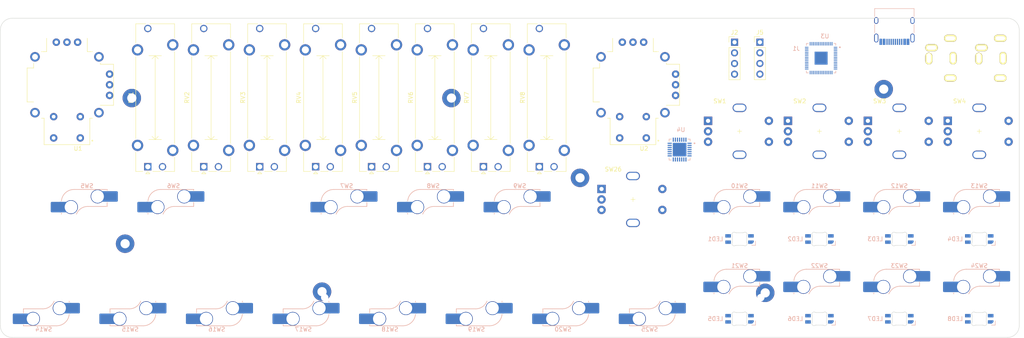
<source format=kicad_pcb>
(kicad_pcb (version 20211014) (generator pcbnew)
  (layers (0 "F.Cu" signal) (31 "B.Cu" signal) (34 "B.Paste" user) (35 "F.Paste" user) (36 "B.SilkS" user "B.Silkscreen") (37 "F.SilkS" user "F.Silkscreen") (38 "B.Mask" user) (39 "F.Mask" user) (44 "Edge.Cuts" user))
  (net 0 "")
  (net 86 "Net-(J1-PadA1)")
  (net 87 "Net-(J1-PadA4)")
  (net 89 "D+")
  (net 90 "D-")
  (net 134 "Net-(U1-PadS1)")
  (net 161 "Net-(U2-PadS1)")
  (net 179 "Net-(U3-Pad1)")
  (net 180 "Net-(U3-Pad23)")
  (net 227 "Net-(U4-Pad14)")
  (net 243 "Net-(U4-Pad17)")
  (footprint "Keebio-Parts:RotaryEncoder_Alps_EC11E-Switch_Vertical_H20mm" (layer "F.Cu") (at 236.5375 44.053125)
    (fp_text reference "SW3" (at -4.7 -7.2) (layer "F.SilkS"))
    (fp_text value "Rotary_Encoder_Switch")
    (pad "A" thru_hole rect locked (at -7.5 -2.5) (size 2 2) (drill 1) (layers *.Cu *.Mask))
    (pad "B" thru_hole circle locked (at -7.5 2.5) (size 2 2) (drill 1) (layers *.Cu *.Mask))
    (pad "C" thru_hole circle locked (at -7.5 0) (size 2 2) (drill 1) (layers *.Cu *.Mask))
    (pad "MP" thru_hole roundrect locked (at 0 5.6) (size 3.3 2) (drill oval 2.8 1.5) (layers *.Cu *.Mask) (roundrect_rratio 0.5))
    (pad "MP" thru_hole roundrect locked (at 0 -5.6) (size 3.3 2) (drill oval 2.8 1.5) (layers *.Cu *.Mask) (roundrect_rratio 0.5))
    (pad "S1" thru_hole circle locked (at 7 2.5) (size 2 2) (drill 1) (layers *.Cu *.Mask))
    (pad "S2" thru_hole circle locked (at 7 -2.5) (size 2 2) (drill 1) (layers *.Cu *.Mask))
  )
  (footprint "Potentiometer_THT:Potentiometer_Bourns_PTA2043_Single_Slide" (layer "F.Cu") (at 97.38 52.510625 90)
    (fp_text reference "RV4" (at 16.5 -4 90) (layer "F.SilkS"))
    (fp_text value "R_POT")
    (pad "1" thru_hole rect (at 0 0 90) (size 1.75 1.75) (drill 1.2) (layers *.Cu *.Mask))
    (pad "2" thru_hole circle (at 0 3.5 90) (size 1.75 1.75) (drill 1.2) (layers *.Cu *.Mask))
    (pad "3" thru_hole circle (at 33 0 90) (size 1.75 1.75) (drill 1.2) (layers *.Cu *.Mask))
    (pad "MP" thru_hole circle (at 27.9 -2.45 90) (size 2.7 2.7) (drill 1.7) (layers *.Cu *.Mask))
    (pad "MP" thru_hole circle (at 29.1 5.95 90) (size 2.7 2.7) (drill 1.7) (layers *.Cu *.Mask))
    (pad "MP" thru_hole circle (at 5.1 -2.45 90) (size 2.7 2.7) (drill 1.7) (layers *.Cu *.Mask))
    (pad "MP" thru_hole circle (at 3.9 5.95 90) (size 2.7 2.7) (drill 1.7) (layers *.Cu *.Mask))
  )
  (footprint "Potentiometer_THT:Potentiometer_Bourns_PTA2043_Single_Slide" (layer "F.Cu") (at 150.72 52.510625 90)
    (fp_text reference "RV8" (at 16.5 -4 90) (layer "F.SilkS"))
    (fp_text value "R_POT")
    (pad "1" thru_hole rect (at 0 0 90) (size 1.75 1.75) (drill 1.2) (layers *.Cu *.Mask))
    (pad "2" thru_hole circle (at 0 3.5 90) (size 1.75 1.75) (drill 1.2) (layers *.Cu *.Mask))
    (pad "3" thru_hole circle (at 33 0 90) (size 1.75 1.75) (drill 1.2) (layers *.Cu *.Mask))
    (pad "MP" thru_hole circle (at 3.9 5.95 90) (size 2.7 2.7) (drill 1.7) (layers *.Cu *.Mask))
    (pad "MP" thru_hole circle (at 27.9 -2.45 90) (size 2.7 2.7) (drill 1.7) (layers *.Cu *.Mask))
    (pad "MP" thru_hole circle (at 5.1 -2.45 90) (size 2.7 2.7) (drill 1.7) (layers *.Cu *.Mask))
    (pad "MP" thru_hole circle (at 29.1 5.95 90) (size 2.7 2.7) (drill 1.7) (layers *.Cu *.Mask))
  )
  (footprint "Connector_PinHeader_2.54mm:PinHeader_1x04_P2.54mm_Vertical" (layer "F.Cu") (at 203.295 22.780625)
    (fp_text reference "J5" (at 0 -2.33) (layer "F.SilkS"))
    (fp_text value "OLED")
    (pad "1" thru_hole rect (at 0 0) (size 1.7 1.7) (drill 1) (layers *.Cu *.Mask))
    (pad "2" thru_hole oval (at 0 2.54) (size 1.7 1.7) (drill 1) (layers *.Cu *.Mask))
    (pad "3" thru_hole oval (at 0 5.08) (size 1.7 1.7) (drill 1) (layers *.Cu *.Mask))
    (pad "4" thru_hole oval (at 0 7.62) (size 1.7 1.7) (drill 1) (layers *.Cu *.Mask))
  )
  (footprint "Potentiometer_THT:Potentiometer_Bourns_PTA2043_Single_Slide" (layer "F.Cu") (at 57.375 52.510625 90)
    (fp_text reference "RV1" (at 16.5 -4 90) (layer "F.SilkS"))
    (fp_text value "R_POT")
    (pad "1" thru_hole rect (at 0 0 90) (size 1.75 1.75) (drill 1.2) (layers *.Cu *.Mask))
    (pad "2" thru_hole circle (at 0 3.5 90) (size 1.75 1.75) (drill 1.2) (layers *.Cu *.Mask))
    (pad "3" thru_hole circle (at 33 0 90) (size 1.75 1.75) (drill 1.2) (layers *.Cu *.Mask))
    (pad "MP" thru_hole circle (at 27.9 -2.45 90) (size 2.7 2.7) (drill 1.7) (layers *.Cu *.Mask))
    (pad "MP" thru_hole circle (at 5.1 -2.45 90) (size 2.7 2.7) (drill 1.7) (layers *.Cu *.Mask))
    (pad "MP" thru_hole circle (at 3.9 5.95 90) (size 2.7 2.7) (drill 1.7) (layers *.Cu *.Mask))
    (pad "MP" thru_hole circle (at 29.1 5.95 90) (size 2.7 2.7) (drill 1.7) (layers *.Cu *.Mask))
  )
  (footprint "Potentiometer_THT:Potentiometer_Bourns_PTA2043_Single_Slide" (layer "F.Cu") (at 84.045 52.510625 90)
    (fp_text reference "RV3" (at 16.5 -4 90) (layer "F.SilkS"))
    (fp_text value "R_POT")
    (pad "1" thru_hole rect (at 0 0 90) (size 1.75 1.75) (drill 1.2) (layers *.Cu *.Mask))
    (pad "2" thru_hole circle (at 0 3.5 90) (size 1.75 1.75) (drill 1.2) (layers *.Cu *.Mask))
    (pad "3" thru_hole circle (at 33 0 90) (size 1.75 1.75) (drill 1.2) (layers *.Cu *.Mask))
    (pad "MP" thru_hole circle (at 5.1 -2.45 90) (size 2.7 2.7) (drill 1.7) (layers *.Cu *.Mask))
    (pad "MP" thru_hole circle (at 3.9 5.95 90) (size 2.7 2.7) (drill 1.7) (layers *.Cu *.Mask))
    (pad "MP" thru_hole circle (at 29.1 5.95 90) (size 2.7 2.7) (drill 1.7) (layers *.Cu *.Mask))
    (pad "MP" thru_hole circle (at 27.9 -2.45 90) (size 2.7 2.7) (drill 1.7) (layers *.Cu *.Mask))
  )
  (footprint "Potentiometer_THT:Potentiometer_Bourns_PTA2043_Single_Slide" (layer "F.Cu") (at 124.05 52.510625 90)
    (fp_text reference "RV6" (at 16.5 -4 90) (layer "F.SilkS"))
    (fp_text value "R_POT")
    (pad "1" thru_hole rect (at 0 0 90) (size 1.75 1.75) (drill 1.2) (layers *.Cu *.Mask))
    (pad "2" thru_hole circle (at 0 3.5 90) (size 1.75 1.75) (drill 1.2) (layers *.Cu *.Mask))
    (pad "3" thru_hole circle (at 33 0 90) (size 1.75 1.75) (drill 1.2) (layers *.Cu *.Mask))
    (pad "MP" thru_hole circle (at 3.9 5.95 90) (size 2.7 2.7) (drill 1.7) (layers *.Cu *.Mask))
    (pad "MP" thru_hole circle (at 5.1 -2.45 90) (size 2.7 2.7) (drill 1.7) (layers *.Cu *.Mask))
    (pad "MP" thru_hole circle (at 29.1 5.95 90) (size 2.7 2.7) (drill 1.7) (layers *.Cu *.Mask))
    (pad "MP" thru_hole circle (at 27.9 -2.45 90) (size 2.7 2.7) (drill 1.7) (layers *.Cu *.Mask))
  )
  (footprint "Keebio-Parts:RotaryEncoder_Alps_EC11E-Switch_Vertical_H20mm" (layer "F.Cu") (at 255.5875 44.053125)
    (fp_text reference "SW4" (at -4.7 -7.2) (layer "F.SilkS"))
    (fp_text value "Rotary_Encoder_Switch")
    (pad "A" thru_hole rect locked (at -7.5 -2.5) (size 2 2) (drill 1) (layers *.Cu *.Mask))
    (pad "B" thru_hole circle locked (at -7.5 2.5) (size 2 2) (drill 1) (layers *.Cu *.Mask))
    (pad "C" thru_hole circle locked (at -7.5 0) (size 2 2) (drill 1) (layers *.Cu *.Mask))
    (pad "MP" thru_hole roundrect locked (at 0 -5.6) (size 3.3 2) (drill oval 2.8 1.5) (layers *.Cu *.Mask) (roundrect_rratio 0.5))
    (pad "MP" thru_hole roundrect locked (at 0 5.6) (size 3.3 2) (drill oval 2.8 1.5) (layers *.Cu *.Mask) (roundrect_rratio 0.5))
    (pad "S1" thru_hole circle locked (at 7 2.5) (size 2 2) (drill 1) (layers *.Cu *.Mask))
    (pad "S2" thru_hole circle locked (at 7 -2.5) (size 2 2) (drill 1) (layers *.Cu *.Mask))
  )
  (footprint "SnapEDA Library:XDCR_COM-09032" (layer "F.Cu") (at 173.0375 32.940625 180)
    (fp_text reference "U2" (at -2.625 -15.235) (layer "F.SilkS"))
    (fp_text value "COM-09032")
    (pad "B1A" thru_hole circle locked (at -3.175 -12.7 180) (size 1.778 1.778) (drill 0.9) (layers *.Cu *.Mask))
    (pad "B1B" thru_hole circle locked (at 3.175 -12.7 180) (size 1.778 1.778) (drill 0.9) (layers *.Cu *.Mask))
    (pad "B2A" thru_hole circle locked (at -3.175 -7.62 180) (size 1.778 1.778) (drill 0.9) (layers *.Cu *.Mask))
    (pad "B2B" thru_hole circle locked (at 3.175 -7.62 180) (size 1.778 1.778) (drill 0.9) (layers *.Cu *.Mask))
    (pad "H1" thru_hole circle locked (at -2.54 10.16 180) (size 1.778 1.778) (drill 0.889) (layers *.Cu *.Mask))
    (pad "H2" thru_hole circle locked (at 0 10.16 180) (size 1.778 1.778) (drill 0.889) (layers *.Cu *.Mask))
    (pad "H3" thru_hole circle locked (at 2.54 10.16 180) (size 1.778 1.778) (drill 0.889) (layers *.Cu *.Mask))
    (pad "S1" thru_hole circle locked (at -7.62 -6.6675 180) (size 2.286 2.286) (drill 1.397) (layers *.Cu *.Mask) (net 161 "Net-(U2-PadS1)"))
    (pad "S2" thru_hole circle locked (at -7.62 6.6675 180) (size 2.286 2.286) (drill 1.397) (layers *.Cu *.Mask) (net 161 "Net-(U2-PadS1)"))
    (pad "S3" thru_hole circle locked (at 7.62 6.6675 180) (size 2.286 2.286) (drill 1.397) (layers *.Cu *.Mask) (net 161 "Net-(U2-PadS1)"))
    (pad "S4" thru_hole circle locked (at 7.62 -6.6675 180) (size 2.286 2.286) (drill 1.397) (layers *.Cu *.Mask) (net 161 "Net-(U2-PadS1)"))
    (pad "V1" thru_hole circle locked (at -10.16 -2.54 180) (size 1.778 1.778) (drill 0.889) (layers *.Cu *.Mask))
    (pad "V2" thru_hole circle locked (at -10.16 0 180) (size 1.778 1.778) (drill 0.889) (layers *.Cu *.Mask))
    (pad "V3" thru_hole circle locked (at -10.16 2.54 180) (size 1.778 1.778) (drill 0.889) (layers *.Cu *.Mask))
  )
  (footprint "Potentiometer_THT:Potentiometer_Bourns_PTA2043_Single_Slide" (layer "F.Cu") (at 70.71 52.510625 90)
    (fp_text reference "RV2" (at 16.5 -4 90) (layer "F.SilkS"))
    (fp_text value "R_POT")
    (pad "1" thru_hole rect (at 0 0 90) (size 1.75 1.75) (drill 1.2) (layers *.Cu *.Mask))
    (pad "2" thru_hole circle (at 0 3.5 90) (size 1.75 1.75) (drill 1.2) (layers *.Cu *.Mask))
    (pad "3" thru_hole circle (at 33 0 90) (size 1.75 1.75) (drill 1.2) (layers *.Cu *.Mask))
    (pad "MP" thru_hole circle (at 27.9 -2.45 90) (size 2.7 2.7) (drill 1.7) (layers *.Cu *.Mask))
    (pad "MP" thru_hole circle (at 29.1 5.95 90) (size 2.7 2.7) (drill 1.7) (layers *.Cu *.Mask))
    (pad "MP" thru_hole circle (at 5.1 -2.45 90) (size 2.7 2.7) (drill 1.7) (layers *.Cu *.Mask))
    (pad "MP" thru_hole circle (at 3.9 5.95 90) (size 2.7 2.7) (drill 1.7) (layers *.Cu *.Mask))
  )
  (footprint "Keebio-Parts:RotaryEncoder_Alps_EC11E-Switch_Vertical_H20mm" (layer "F.Cu") (at 198.4375 44.053125)
    (fp_text reference "SW1" (at -4.7 -7.2) (layer "F.SilkS"))
    (fp_text value "Rotary_Encoder_Switch")
    (pad "A" thru_hole rect locked (at -7.5 -2.5) (size 2 2) (drill 1) (layers *.Cu *.Mask))
    (pad "B" thru_hole circle locked (at -7.5 2.5) (size 2 2) (drill 1) (layers *.Cu *.Mask))
    (pad "C" thru_hole circle locked (at -7.5 0) (size 2 2) (drill 1) (layers *.Cu *.Mask))
    (pad "MP" thru_hole roundrect locked (at 0 -5.6) (size 3.3 2) (drill oval 2.8 1.5) (layers *.Cu *.Mask) (roundrect_rratio 0.5))
    (pad "MP" thru_hole roundrect locked (at 0 5.6) (size 3.3 2) (drill oval 2.8 1.5) (layers *.Cu *.Mask) (roundrect_rratio 0.5))
    (pad "S1" thru_hole circle locked (at 7 2.5) (size 2 2) (drill 1) (layers *.Cu *.Mask))
    (pad "S2" thru_hole circle locked (at 7 -2.5) (size 2 2) (drill 1) (layers *.Cu *.Mask))
  )
  (footprint "Connector_PinHeader_2.54mm:PinHeader_1x04_P2.54mm_Vertical" (layer "F.Cu") (at 197.246875 22.790625)
    (fp_text reference "J2" (at 0 -2.33) (layer "F.SilkS"))
    (fp_text value "I2C")
    (pad "1" thru_hole rect (at 0 0) (size 1.7 1.7) (drill 1) (layers *.Cu *.Mask))
    (pad "2" thru_hole oval (at 0 2.54) (size 1.7 1.7) (drill 1) (layers *.Cu *.Mask))
    (pad "3" thru_hole oval (at 0 5.08) (size 1.7 1.7) (drill 1) (layers *.Cu *.Mask))
    (pad "4" thru_hole oval (at 0 7.62) (size 1.7 1.7) (drill 1) (layers *.Cu *.Mask))
  )
  (footprint "Keebio-Parts:TRRS_Jack" (layer "F.Cu") (at 246.459375 26.590625 -90)
    (fp_text reference "J3" hide)
    (fp_text value "MIDI IN" hide)
    (pad "1" thru_hole oval (at -4.75 -2.225 270) (size 1.7 3) (drill oval 1 2.3) (layers *.Cu *.Mask "F.SilkS"))
    (pad "2" thru_hole oval (at 0 -2.89 270) (size 3 1.7) (drill oval 2.3 1) (layers *.Cu *.Mask "F.SilkS"))
    (pad "3" thru_hole oval (at 4.75 -2.225 270) (size 1.7 3) (drill oval 1 2.3) (layers *.Cu *.Mask "F.SilkS"))
    (pad "4" thru_hole oval (at 0 2.89 270) (size 2.8 1.7) (drill oval 2.3 1 (offset 0.1 0)) (layers *.Cu *.Mask "F.SilkS"))
    (pad "5" thru_hole oval (at -2.5 2.25 270) (size 1.7 3) (drill oval 1 2.3) (layers *.Cu *.Mask "F.SilkS"))
  )
  (footprint "Keebio-Parts:TRRS_Jack" (layer "F.Cu") (at 258.365625 26.590625 -90)
    (fp_text reference "J4" hide)
    (fp_text value "MIDI OUT" hide)
    (pad "1" thru_hole oval (at -4.75 -2.225 270) (size 1.7 3) (drill oval 1 2.3) (layers *.Cu *.Mask "F.SilkS"))
    (pad "2" thru_hole oval (at 0 -2.89 270) (size 3 1.7) (drill oval 2.3 1) (layers *.Cu *.Mask "F.SilkS"))
    (pad "3" thru_hole oval (at 4.75 -2.225 270) (size 1.7 3) (drill oval 1 2.3) (layers *.Cu *.Mask "F.SilkS"))
    (pad "4" thru_hole oval (at 0 2.89 270) (size 2.8 1.7) (drill oval 2.3 1 (offset 0.1 0)) (layers *.Cu *.Mask "F.SilkS"))
    (pad "5" thru_hole oval (at -2.5 2.25 270) (size 1.7 3) (drill oval 1 2.3) (layers *.Cu *.Mask "F.SilkS"))
  )
  (footprint "SnapEDA Library:XDCR_COM-09032" (layer "F.Cu") (at 38.1 32.940625 180)
    (fp_text reference "U1" (at -2.625 -15.235) (layer "F.SilkS"))
    (fp_text value "COM-09032")
    (pad "B1A" thru_hole circle locked (at -3.175 -12.7 180) (size 1.778 1.778) (drill 0.9) (layers *.Cu *.Mask))
    (pad "B1B" thru_hole circle locked (at 3.175 -12.7 180) (size 1.778 1.778) (drill 0.9) (layers *.Cu *.Mask))
    (pad "B2A" thru_hole circle locked (at -3.175 -7.62 180) (size 1.778 1.778) (drill 0.9) (layers *.Cu *.Mask))
    (pad "B2B" thru_hole circle locked (at 3.175 -7.62 180) (size 1.778 1.778) (drill 0.9) (layers *.Cu *.Mask))
    (pad "H1" thru_hole circle locked (at -2.54 10.16 180) (size 1.778 1.778) (drill 0.889) (layers *.Cu *.Mask))
    (pad "H2" thru_hole circle locked (at 0 10.16 180) (size 1.778 1.778) (drill 0.889) (layers *.Cu *.Mask))
    (pad "H3" thru_hole circle locked (at 2.54 10.16 180) (size 1.778 1.778) (drill 0.889) (layers *.Cu *.Mask))
    (pad "S1" thru_hole circle locked (at -7.62 -6.6675 180) (size 2.286 2.286) (drill 1.397) (layers *.Cu *.Mask) (net 134 "Net-(U1-PadS1)"))
    (pad "S2" thru_hole circle locked (at -7.62 6.6675 180) (size 2.286 2.286) (drill 1.397) (layers *.Cu *.Mask) (net 134 "Net-(U1-PadS1)"))
    (pad "S3" thru_hole circle locked (at 7.62 6.6675 180) (size 2.286 2.286) (drill 1.397) (layers *.Cu *.Mask) (net 134 "Net-(U1-PadS1)"))
    (pad "S4" thru_hole circle locked (at 7.62 -6.6675 180) (size 2.286 2.286) (drill 1.397) (layers *.Cu *.Mask) (net 134 "Net-(U1-PadS1)"))
    (pad "V1" thru_hole circle locked (at -10.16 -2.54 180) (size 1.778 1.778) (drill 0.889) (layers *.Cu *.Mask))
    (pad "V2" thru_hole circle locked (at -10.16 0 180) (size 1.778 1.778) (drill 0.889) (layers *.Cu *.Mask))
    (pad "V3" thru_hole circle locked (at -10.16 2.54 180) (size 1.778 1.778) (drill 0.889) (layers *.Cu *.Mask))
  )
  (footprint "Potentiometer_THT:Potentiometer_Bourns_PTA2043_Single_Slide" (layer "F.Cu") (at 110.715 52.510625 90)
    (fp_text reference "RV5" (at 16.5 -4 90) (layer "F.SilkS"))
    (fp_text value "R_POT")
    (pad "1" thru_hole rect (at 0 0 90) (size 1.75 1.75) (drill 1.2) (layers *.Cu *.Mask))
    (pad "2" thru_hole circle (at 0 3.5 90) (size 1.75 1.75) (drill 1.2) (layers *.Cu *.Mask))
    (pad "3" thru_hole circle (at 33 0 90) (size 1.75 1.75) (drill 1.2) (layers *.Cu *.Mask))
    (pad "MP" thru_hole circle (at 29.1 5.95 90) (size 2.7 2.7) (drill 1.7) (layers *.Cu *.Mask))
    (pad "MP" thru_hole circle (at 5.1 -2.45 90) (size 2.7 2.7) (drill 1.7) (layers *.Cu *.Mask))
    (pad "MP" thru_hole circle (at 27.9 -2.45 90) (size 2.7 2.7) (drill 1.7) (layers *.Cu *.Mask))
    (pad "MP" thru_hole circle (at 3.9 5.95 90) (size 2.7 2.7) (drill 1.7) (layers *.Cu *.Mask))
  )
  (footprint "Potentiometer_THT:Potentiometer_Bourns_PTA2043_Single_Slide" (layer "F.Cu") (at 137.385 52.510625 90)
    (fp_text reference "RV7" (at 16.5 -4 90) (layer "F.SilkS"))
    (fp_text value "R_POT")
    (pad "1" thru_hole rect (at 0 0 90) (size 1.75 1.75) (drill 1.2) (layers *.Cu *.Mask))
    (pad "2" thru_hole circle (at 0 3.5 90) (size 1.75 1.75) (drill 1.2) (layers *.Cu *.Mask))
    (pad "3" thru_hole circle (at 33 0 90) (size 1.75 1.75) (drill 1.2) (layers *.Cu *.Mask))
    (pad "MP" thru_hole circle (at 27.9 -2.45 90) (size 2.7 2.7) (drill 1.7) (layers *.Cu *.Mask))
    (pad "MP" thru_hole circle (at 29.1 5.95 90) (size 2.7 2.7) (drill 1.7) (layers *.Cu *.Mask))
    (pad "MP" thru_hole circle (at 5.1 -2.45 90) (size 2.7 2.7) (drill 1.7) (layers *.Cu *.Mask))
    (pad "MP" thru_hole circle (at 3.9 5.95 90) (size 2.7 2.7) (drill 1.7) (layers *.Cu *.Mask))
  )
  (footprint "Keebio-Parts:RotaryEncoder_Alps_EC11E-Switch_Vertical_H20mm" (layer "F.Cu") (at 173.0375 60.325)
    (fp_text reference "SW26" (at -4.7 -7.2) (layer "F.SilkS"))
    (fp_text value "Rotary_Encoder_Switch")
    (pad "A" thru_hole rect locked (at -7.5 -2.5) (size 2 2) (drill 1) (layers *.Cu *.Mask))
    (pad "B" thru_hole circle locked (at -7.5 2.5) (size 2 2) (drill 1) (layers *.Cu *.Mask))
    (pad "C" thru_hole circle locked (at -7.5 0) (size 2 2) (drill 1) (layers *.Cu *.Mask))
    (pad "MP" thru_hole roundrect locked (at 0 5.6) (size 3.3 2) (drill oval 2.8 1.5) (layers *.Cu *.Mask) (roundrect_rratio 0.5))
    (pad "MP" thru_hole roundrect locked (at 0 -5.6) (size 3.3 2) (drill oval 2.8 1.5) (layers *.Cu *.Mask) (roundrect_rratio 0.5))
    (pad "S1" thru_hole circle locked (at 7 2.5) (size 2 2) (drill 1) (layers *.Cu *.Mask))
    (pad "S2" thru_hole circle locked (at 7 -2.5) (size 2 2) (drill 1) (layers *.Cu *.Mask))
  )
  (footprint "Keebio-Parts:RotaryEncoder_Alps_EC11E-Switch_Vertical_H20mm" (layer "F.Cu") (at 217.4875 44.053125)
    (fp_text reference "SW2" (at -4.7 -7.2) (layer "F.SilkS"))
    (fp_text value "Rotary_Encoder_Switch")
    (pad "A" thru_hole rect locked (at -7.5 -2.5) (size 2 2) (drill 1) (layers *.Cu *.Mask))
    (pad "B" thru_hole circle locked (at -7.5 2.5) (size 2 2) (drill 1) (layers *.Cu *.Mask))
    (pad "C" thru_hole circle locked (at -7.5 0) (size 2 2) (drill 1) (layers *.Cu *.Mask))
    (pad "MP" thru_hole roundrect locked (at 0 -5.6) (size 3.3 2) (drill oval 2.8 1.5) (layers *.Cu *.Mask) (roundrect_rratio 0.5))
    (pad "MP" thru_hole roundrect locked (at 0 5.6) (size 3.3 2) (drill oval 2.8 1.5) (layers *.Cu *.Mask) (roundrect_rratio 0.5))
    (pad "S1" thru_hole circle locked (at 7 2.5) (size 2 2) (drill 1) (layers *.Cu *.Mask))
    (pad "S2" thru_hole circle locked (at 7 -2.5) (size 2 2) (drill 1) (layers *.Cu *.Mask))
  )
  (footprint "kicad:Minivan-reference" (layer "F.Cu") (at 143.66875 52.784375)
    (fp_text reference "H1")
    (fp_text value "MountingHole_Pad")
    (pad "1" thru_hole circle (at -13.9091 -16.6683) (size 4.4 4.4) (drill 2.2) (layers *.Cu *.Mask))
    (pad "1" thru_hole circle (at -91.7091 18.1057) (size 4.4 4.4) (drill 2.2) (layers *.Cu *.Mask))
    (pad "1" thru_hole circle (at -90.1091 -16.6683) (size 4.4 4.4) (drill 2.2) (layers *.Cu *.Mask))
    (pad "1" thru_hole circle (at 89.1409 -18.7943) (size 4.4 4.4) (drill 2.2) (layers *.Cu *.Mask))
    (pad "1" thru_hole circle (at -44.7591 29.5557) (size 4.4 4.4) (drill 2.2) (layers *.Cu *.Mask))
    (pad "1" thru_hole circle (at 60.8909 29.8407) (size 4.4 4.4) (drill 2.2) (layers *.Cu *.Mask))
    (pad "1" thru_hole circle (at 16.7409 2.3817) (size 4.4 4.4) (drill 2.2) (layers *.Cu *.Mask))
  )
  (footprint "marbastlib-mx:SW_MX_HS_1u" (layer "B.Cu") (at 217.4875 64.690625 180)
    (fp_text reference "SW11" (at 0 7.6) (layer "B.SilkS") (effects (justify mirror)))
    (fp_text value "SW_SPST" hide)
    (pad "" np_thru_hole circle (at 0 0 180) (size 3.9878 3.9878) (drill 3.9878) (layers *.Cu *.Mask))
    (pad "" np_thru_hole circle (at -5.08 0 180) (size 1.75 1.75) (drill 1.75) (layers *.Cu *.Mask))
    (pad "" np_thru_hole circle (at 5.08 0 180) (size 1.75 1.75) (drill 1.75) (layers *.Cu *.Mask))
    (pad "1" smd rect (at 5.635 2.54) (size 1.65 2.5) (layers "B.Cu"))
    (pad "1" thru_hole circle (at 3.81 2.54 180) (size 3.3 3.3) (drill 3) (layers *.Cu))
    (pad "1" smd roundrect (at 7.36 2.54 180) (size 2.55 2.5) (layers "B.Cu" "B.Paste" "B.Mask") (roundrect_rratio 0.1))
    (pad "2" thru_hole circle (at -2.54 5.08 180) (size 3.3 3.3) (drill 3) (layers *.Cu))
    (pad "2" smd roundrect (at -6.09 5.08 180) (size 2.55 2.5) (layers "B.Cu" "B.Paste" "B.Mask") (roundrect_rratio 0.1))
    (pad "2" smd rect (at -4.34 5.08 180) (size 1.65 2.5) (layers "B.Cu"))
  )
  (footprint "marbastlib-mx:SW_MX_HS_1u" (layer "B.Cu") (at 135.73125 83.740625)
    (fp_text reference "SW19" (at 0 7.6) (layer "B.SilkS") (effects (justify mirror)))
    (fp_text value "SW_SPST" hide)
    (pad "" np_thru_hole circle (at 5.08 0) (size 1.75 1.75) (drill 1.75) (layers *.Cu *.Mask))
    (pad "" np_thru_hole circle (at -5.08 0) (size 1.75 1.75) (drill 1.75) (layers *.Cu *.Mask))
    (pad "" np_thru_hole circle (at 0 0) (size 3.9878 3.9878) (drill 3.9878) (layers *.Cu *.Mask))
    (pad "1" smd rect (at 5.635 2.54 180) (size 1.65 2.5) (layers "B.Cu"))
    (pad "1" thru_hole circle (at 3.81 2.54) (size 3.3 3.3) (drill 3) (layers *.Cu))
    (pad "1" smd roundrect (at 7.36 2.54) (size 2.55 2.5) (layers "B.Cu" "B.Paste" "B.Mask") (roundrect_rratio 0.1))
    (pad "2" smd roundrect (at -6.09 5.08) (size 2.55 2.5) (layers "B.Cu" "B.Paste" "B.Mask") (roundrect_rratio 0.1))
    (pad "2" smd rect (at -4.34 5.08) (size 1.65 2.5) (layers "B.Cu"))
    (pad "2" thru_hole circle (at -2.54 5.08) (size 3.3 3.3) (drill 3) (layers *.Cu))
  )
  (footprint "marbastlib-mx:LED_MX_6028R" (layer "B.Cu") (at 255.5875 88.820625 180)
    (fp_text reference "LED8" (at 3.8 0) (layer "B.SilkS") (effects (justify left mirror)))
    (fp_text value "SK6812MINI-E" hide)
    (fp_line (start 0.794452 1.5) (end -0.794453 1.5) (layer "Edge.Cuts") (width 0.1))
    (fp_line (start 1.699999 -0.702841) (end 1.699999 0.702843) (layer "Edge.Cuts") (width 0.1))
    (fp_line (start -0.794452 -1.499999) (end 0.794452 -1.499999) (layer "Edge.Cuts") (width 0.1))
    (fp_line (start -1.699999 0.702843) (end -1.699999 -0.702841) (layer "Edge.Cuts") (width 0.1))
    (fp_arc (start -1.046711 1.568299) (mid -0.925123 1.517377) (end -0.794453 1.5) (layer "Edge.Cuts") (width 0.1))
    (fp_arc (start -1.699999 0.702844) (mid -1.712527 0.814069) (end -1.749484 0.919721) (layer "Edge.Cuts") (width 0.1))
    (fp_arc (start 1.046711 -1.568296) (mid 1.63807 -1.504033) (end 1.749484 -0.919719) (layer "Edge.Cuts") (width 0.1))
    (fp_arc (start -1.046711 1.568299) (mid -1.63807 1.504035) (end -1.749484 0.919721) (layer "Edge.Cuts") (width 0.1))
    (fp_arc (start 1.749484 0.919721) (mid 1.638071 1.504036) (end 1.046711 1.5683) (layer "Edge.Cuts") (width 0.1))
    (fp_arc (start -1.749484 -0.919718) (mid -1.638072 -1.504034) (end -1.046711 -1.568298) (layer "Edge.Cuts") (width 0.1))
    (fp_arc (start 0.794453 1.500001) (mid 0.925123 1.517378) (end 1.046711 1.5683) (layer "Edge.Cuts") (width 0.1))
    (fp_arc (start 1.749484 0.919721) (mid 1.712527 0.814069) (end 1.699999 0.702843) (layer "Edge.Cuts") (width 0.1))
    (fp_arc (start -1.749484 -0.919719) (mid -1.712527 -0.814067) (end -1.699999 -0.702841) (layer "Edge.Cuts") (width 0.1))
    (fp_arc (start 1.699999 -0.702842) (mid 1.712527 -0.814067) (end 1.749484 -0.919719) (layer "Edge.Cuts") (width 0.1))
    (fp_arc (start -0.794452 -1.499999) (mid -0.925123 -1.517376) (end -1.046711 -1.568298) (layer "Edge.Cuts") (width 0.1))
    (fp_arc (start 1.04671 -1.568298) (mid 0.925122 -1.517376) (end 0.794452 -1.499999) (layer "Edge.Cuts") (width 0.1))
    (pad "1" smd roundrect (at 2.725 0.75 90) (size 0.82 1.35) (layers "B.Cu" "B.Paste" "B.Mask") (roundrect_rratio 0.1))
    (pad "2" smd roundrect (at 2.725 -0.75 90) (size 0.82 1.35) (layers "B.Cu" "B.Paste" "B.Mask") (roundrect_rratio 0.1))
    (pad "3" smd roundrect (at -2.725 0.75 90) (size 0.82 1.35) (layers "B.Cu" "B.Paste" "B.Mask") (roundrect_rratio 0.1))
    (pad "4" smd roundrect (at -2.725 -0.75 90) (size 0.82 1.35) (layers "B.Cu" "B.Paste" "B.Mask") (roundrect_rratio 0.1) (chamfer_ratio 0.5) (chamfer bottom_left))
  )
  (footprint "marbastlib-mx:LED_MX_6028R" (layer "B.Cu") (at 198.4375 69.770625 180)
    (fp_text reference "LED1" (at 3.8 0) (layer "B.SilkS") (effects (justify left mirror)))
    (fp_text value "SK6812MINI-E" hide)
    (fp_line (start 1.699999 -0.702841) (end 1.699999 0.702843) (layer "Edge.Cuts") (width 0.1))
    (fp_line (start -0.794452 -1.499999) (end 0.794452 -1.499999) (layer "Edge.Cuts") (width 0.1))
    (fp_line (start -1.699999 0.702843) (end -1.699999 -0.702841) (layer "Edge.Cuts") (width 0.1))
    (fp_line (start 0.794452 1.5) (end -0.794453 1.5) (layer "Edge.Cuts") (width 0.1))
    (fp_arc (start 1.046711 -1.568296) (mid 1.63807 -1.504033) (end 1.749484 -0.919719) (layer "Edge.Cuts") (width 0.1))
    (fp_arc (start 0.794453 1.500001) (mid 0.925123 1.517378) (end 1.046711 1.5683) (layer "Edge.Cuts") (width 0.1))
    (fp_arc (start 1.699999 -0.702842) (mid 1.712527 -0.814067) (end 1.749484 -0.919719) (layer "Edge.Cuts") (width 0.1))
    (fp_arc (start 1.749484 0.919721) (mid 1.638071 1.504036) (end 1.046711 1.5683) (layer "Edge.Cuts") (width 0.1))
    (fp_arc (start -1.046711 1.568299) (mid -1.63807 1.504035) (end -1.749484 0.919721) (layer "Edge.Cuts") (width 0.1))
    (fp_arc (start 1.749484 0.919721) (mid 1.712527 0.814069) (end 1.699999 0.702843) (layer "Edge.Cuts") (width 0.1))
    (fp_arc (start -0.794452 -1.499999) (mid -0.925123 -1.517376) (end -1.046711 -1.568298) (layer "Edge.Cuts") (width 0.1))
    (fp_arc (start 1.04671 -1.568298) (mid 0.925122 -1.517376) (end 0.794452 -1.499999) (layer "Edge.Cuts") (width 0.1))
    (fp_arc (start -1.749484 -0.919718) (mid -1.638072 -1.504034) (end -1.046711 -1.568298) (layer "Edge.Cuts") (width 0.1))
    (fp_arc (start -1.699999 0.702844) (mid -1.712527 0.814069) (end -1.749484 0.919721) (layer "Edge.Cuts") (width 0.1))
    (fp_arc (start -1.046711 1.568299) (mid -0.925123 1.517377) (end -0.794453 1.5) (layer "Edge.Cuts") (width 0.1))
    (fp_arc (start -1.749484 -0.919719) (mid -1.712527 -0.814067) (end -1.699999 -0.702841) (layer "Edge.Cuts") (width 0.1))
    (pad "1" smd roundrect (at 2.725 0.75 90) (size 0.82 1.35) (layers "B.Cu" "B.Paste" "B.Mask") (roundrect_rratio 0.1))
    (pad "2" smd roundrect (at 2.725 -0.75 90) (size 0.82 1.35) (layers "B.Cu" "B.Paste" "B.Mask") (roundrect_rratio 0.1))
    (pad "3" smd roundrect (at -2.725 0.75 90) (size 0.82 1.35) (layers "B.Cu" "B.Paste" "B.Mask") (roundrect_rratio 0.1))
    (pad "4" smd roundrect (at -2.725 -0.75 90) (size 0.82 1.35) (layers "B.Cu" "B.Paste" "B.Mask") (roundrect_rratio 0.1) (chamfer_ratio 0.5) (chamfer bottom_left))
  )
  (footprint "marbastlib-mx:LED_MX_6028R" (layer "B.Cu") (at 255.5875 69.770625 180)
    (fp_text reference "LED4" (at 3.8 0) (layer "B.SilkS") (effects (justify left mirror)))
    (fp_text value "SK6812MINI-E" hide)
    (fp_line (start -0.794452 -1.499999) (end 0.794452 -1.499999) (layer "Edge.Cuts") (width 0.1))
    (fp_line (start 1.699999 -0.702841) (end 1.699999 0.702843) (layer "Edge.Cuts") (width 0.1))
    (fp_line (start -1.699999 0.702843) (end -1.699999 -0.702841) (layer "Edge.Cuts") (width 0.1))
    (fp_line (start 0.794452 1.5) (end -0.794453 1.5) (layer "Edge.Cuts") (width 0.1))
    (fp_arc (start 0.794453 1.500001) (mid 0.925123 1.517378) (end 1.046711 1.5683) (layer "Edge.Cuts") (width 0.1))
    (fp_arc (start -1.699999 0.702844) (mid -1.712527 0.814069) (end -1.749484 0.919721) (layer "Edge.Cuts") (width 0.1))
    (fp_arc (start 1.046711 -1.568296) (mid 1.63807 -1.504033) (end 1.749484 -0.919719) (layer "Edge.Cuts") (width 0.1))
    (fp_arc (start 1.04671 -1.568298) (mid 0.925122 -1.517376) (end 0.794452 -1.499999) (layer "Edge.Cuts") (width 0.1))
    (fp_arc (start 1.749484 0.919721) (mid 1.712527 0.814069) (end 1.699999 0.702843) (layer "Edge.Cuts") (width 0.1))
    (fp_arc (start 1.749484 0.919721) (mid 1.638071 1.504036) (end 1.046711 1.5683) (layer "Edge.Cuts") (width 0.1))
    (fp_arc (start -0.794452 -1.499999) (mid -0.925123 -1.517376) (end -1.046711 -1.568298) (layer "Edge.Cuts") (width 0.1))
    (fp_arc (start -1.046711 1.568299) (mid -1.63807 1.504035) (end -1.749484 0.919721) (layer "Edge.Cuts") (width 0.1))
    (fp_arc (start -1.749484 -0.919718) (mid -1.638072 -1.504034) (end -1.046711 -1.568298) (layer "Edge.Cuts") (width 0.1))
    (fp_arc (start -1.749484 -0.919719) (mid -1.712527 -0.814067) (end -1.699999 -0.702841) (layer "Edge.Cuts") (width 0.1))
    (fp_arc (start 1.699999 -0.702842) (mid 1.712527 -0.814067) (end 1.749484 -0.919719) (layer "Edge.Cuts") (width 0.1))
    (fp_arc (start -1.046711 1.568299) (mid -0.925123 1.517377) (end -0.794453 1.5) (layer "Edge.Cuts") (width 0.1))
    (pad "1" smd roundrect (at 2.725 0.75 90) (size 0.82 1.35) (layers "B.Cu" "B.Paste" "B.Mask") (roundrect_rratio 0.1))
    (pad "2" smd roundrect (at 2.725 -0.75 90) (size 0.82 1.35) (layers "B.Cu" "B.Paste" "B.Mask") (roundrect_rratio 0.1))
    (pad "3" smd roundrect (at -2.725 0.75 90) (size 0.82 1.35) (layers "B.Cu" "B.Paste" "B.Mask") (roundrect_rratio 0.1))
    (pad "4" smd roundrect (at -2.725 -0.75 90) (size 0.82 1.35) (layers "B.Cu" "B.Paste" "B.Mask") (roundrect_rratio 0.1) (chamfer_ratio 0.5) (chamfer bottom_left))
  )
  (footprint "marbastlib-mx:SW_MX_HS_1u" (layer "B.Cu") (at 32.54375 83.740625)
    (fp_text reference "SW14" (at 0 7.6) (layer "B.SilkS") (effects (justify mirror)))
    (fp_text value "SW_SPST" hide)
    (pad "" np_thru_hole circle (at -5.08 0) (size 1.75 1.75) (drill 1.75) (layers *.Cu *.Mask))
    (pad "" np_thru_hole circle (at 0 0) (size 3.9878 3.9878) (drill 3.9878) (layers *.Cu *.Mask))
    (pad "" np_thru_hole circle (at 5.08 0) (size 1.75 1.75) (drill 1.75) (layers *.Cu *.Mask))
    (pad "1" smd roundrect (at 7.36 2.54) (size 2.55 2.5) (layers "B.Cu" "B.Paste" "B.Mask") (roundrect_rratio 0.1))
    (pad "1" smd rect (at 5.635 2.54 180) (size 1.65 2.5) (layers "B.Cu"))
    (pad "1" thru_hole circle (at 3.81 2.54) (size 3.3 3.3) (drill 3) (layers *.Cu))
    (pad "2" smd rect (at -4.34 5.08) (size 1.65 2.5) (layers "B.Cu"))
    (pad "2" smd roundrect (at -6.09 5.08) (size 2.55 2.5) (layers "B.Cu" "B.Paste" "B.Mask") (roundrect_rratio 0.1))
    (pad "2" thru_hole circle (at -2.54 5.08) (size 3.3 3.3) (drill 3) (layers *.Cu))
  )
  (footprint "marbastlib-mx:SW_MX_HS_1u" (layer "B.Cu") (at 125.4125 64.690625 180)
    (fp_text reference "SW8" (at 0 7.6) (layer "B.SilkS") (effects (justify mirror)))
    (fp_text value "SW_SPST" hide)
    (pad "" np_thru_hole circle (at -5.08 0 180) (size 1.75 1.75) (drill 1.75) (layers *.Cu *.Mask))
    (pad "" np_thru_hole circle (at 5.08 0 180) (size 1.75 1.75) (drill 1.75) (layers *.Cu *.Mask))
    (pad "" np_thru_hole circle (at 0 0 180) (size 3.9878 3.9878) (drill 3.9878) (layers *.Cu *.Mask))
    (pad "1" smd roundrect (at 7.36 2.54 180) (size 2.55 2.5) (layers "B.Cu" "B.Paste" "B.Mask") (roundrect_rratio 0.1))
    (pad "1" thru_hole circle (at 3.81 2.54 180) (size 3.3 3.3) (drill 3) (layers *.Cu))
    (pad "1" smd rect (at 5.635 2.54) (size 1.65 2.5) (layers "B.Cu"))
    (pad "2" smd rect (at -4.34 5.08 180) (size 1.65 2.5) (layers "B.Cu"))
    (pad "2" thru_hole circle (at -2.54 5.08 180) (size 3.3 3.3) (drill 3) (layers *.Cu))
    (pad "2" smd roundrect (at -6.09 5.08 180) (size 2.55 2.5) (layers "B.Cu" "B.Paste" "B.Mask") (roundrect_rratio 0.1))
  )
  (footprint "marbastlib-mx:SW_MX_HS_1u" (layer "B.Cu") (at 236.5375 64.690625 180)
    (fp_text reference "SW12" (at 0 7.6) (layer "B.SilkS") (effects (justify mirror)))
    (fp_text value "SW_SPST" hide)
    (pad "" np_thru_hole circle (at 5.08 0 180) (size 1.75 1.75) (drill 1.75) (layers *.Cu *.Mask))
    (pad "" np_thru_hole circle (at -5.08 0 180) (size 1.75 1.75) (drill 1.75) (layers *.Cu *.Mask))
    (pad "" np_thru_hole circle (at 0 0 180) (size 3.9878 3.9878) (drill 3.9878) (layers *.Cu *.Mask))
    (pad "1" smd rect (at 5.635 2.54) (size 1.65 2.5) (layers "B.Cu"))
    (pad "1" thru_hole circle (at 3.81 2.54 180) (size 3.3 3.3) (drill 3) (layers *.Cu))
    (pad "1" smd roundrect (at 7.36 2.54 180) (size 2.55 2.5) (layers "B.Cu" "B.Paste" "B.Mask") (roundrect_rratio 0.1))
    (pad "2" smd roundrect (at -6.09 5.08 180) (size 2.55 2.5) (layers "B.Cu" "B.Paste" "B.Mask") (roundrect_rratio 0.1))
    (pad "2" smd rect (at -4.34 5.08 180) (size 1.65 2.5) (layers "B.Cu"))
    (pad "2" thru_hole circle (at -2.54 5.08 180) (size 3.3 3.3) (drill 3) (layers *.Cu))
  )
  (footprint "marbastlib-mx:SW_MX_HS_1u" (layer "B.Cu") (at 53.18125 83.740625)
    (fp_text reference "SW15" (at 0 7.6) (layer "B.SilkS") (effects (justify mirror)))
    (fp_text value "SW_SPST" hide)
    (pad "" np_thru_hole circle (at 0 0) (size 3.9878 3.9878) (drill 3.9878) (layers *.Cu *.Mask))
    (pad "" np_thru_hole circle (at 5.08 0) (size 1.75 1.75) (drill 1.75) (layers *.Cu *.Mask))
    (pad "" np_thru_hole circle (at -5.08 0) (size 1.75 1.75) (drill 1.75) (layers *.Cu *.Mask))
    (pad "1" thru_hole circle (at 3.81 2.54) (size 3.3 3.3) (drill 3) (layers *.Cu))
    (pad "1" smd rect (at 5.635 2.54 180) (size 1.65 2.5) (layers "B.Cu"))
    (pad "1" smd roundrect (at 7.36 2.54) (size 2.55 2.5) (layers "B.Cu" "B.Paste" "B.Mask") (roundrect_rratio 0.1))
    (pad "2" smd rect (at -4.34 5.08) (size 1.65 2.5) (layers "B.Cu"))
    (pad "2" smd roundrect (at -6.09 5.08) (size 2.55 2.5) (layers "B.Cu" "B.Paste" "B.Mask") (roundrect_rratio 0.1))
    (pad "2" thru_hole circle (at -2.54 5.08) (size 3.3 3.3) (drill 3) (layers *.Cu))
  )
  (footprint "marbastlib-mx:SW_MX_HS_1u" (layer "B.Cu") (at 94.45625 83.740625)
    (fp_text reference "SW17" (at 0 7.6) (layer "B.SilkS") (effects (justify mirror)))
    (fp_text value "SW_SPST" hide)
    (pad "" np_thru_hole circle (at 0 0) (size 3.9878 3.9878) (drill 3.9878) (layers *.Cu *.Mask))
    (pad "" np_thru_hole circle (at -5.08 0) (size 1.75 1.75) (drill 1.75) (layers *.Cu *.Mask))
    (pad "" np_thru_hole circle (at 5.08 0) (size 1.75 1.75) (drill 1.75) (layers *.Cu *.Mask))
    (pad "1" smd roundrect (at 7.36 2.54) (size 2.55 2.5) (layers "B.Cu" "B.Paste" "B.Mask") (roundrect_rratio 0.1))
    (pad "1" thru_hole circle (at 3.81 2.54) (size 3.3 3.3) (drill 3) (layers *.Cu))
    (pad "1" smd rect (at 5.635 2.54 180) (size 1.65 2.5) (layers "B.Cu"))
    (pad "2" thru_hole circle (at -2.54 5.08) (size 3.3 3.3) (drill 3) (layers *.Cu))
    (pad "2" smd roundrect (at -6.09 5.08) (size 2.55 2.5) (layers "B.Cu" "B.Paste" "B.Mask") (roundrect_rratio 0.1))
    (pad "2" smd rect (at -4.34 5.08) (size 1.65 2.5) (layers "B.Cu"))
  )
  (footprint "Connector_USB:USB_C_Receptacle_HRO_TYPE-C-31-M-12" (layer "B.Cu") (at 235.346875 18.653125)
    (fp_text reference "J1" (at -23.415625 5.645) (layer "B.SilkS") (effects (justify mirror)))
    (fp_text value "USB_C_Receptacle_USB2.0")
    (pad "" np_thru_hole circle (at 2.89 2.6) (size 0.65 0.65) (drill 0.65) (layers *.Cu *.Mask))
    (pad "" np_thru_hole circle (at -2.89 2.6) (size 0.65 0.65) (drill 0.65) (layers *.Cu *.Mask))
    (pad "A1" smd rect (at -3.25 4.045) (size 0.6 1.45) (layers "B.Cu" "B.Paste" "B.Mask") (net 86 "Net-(J1-PadA1)"))
    (pad "A4" smd rect (at -2.45 4.045) (size 0.6 1.45) (layers "B.Cu" "B.Paste" "B.Mask") (net 87 "Net-(J1-PadA4)"))
    (pad "A5" smd rect (at -1.25 4.045) (size 0.3 1.45) (layers "B.Cu" "B.Paste" "B.Mask"))
    (pad "A6" smd rect (at -0.25 4.045) (size 0.3 1.45) (layers "B.Cu" "B.Paste" "B.Mask") (net 89 "D+"))
    (pad "A7" smd rect (at 0.25 4.045) (size 0.3 1.45) (layers "B.Cu" "B.Paste" "B.Mask") (net 90 "D-"))
    (pad "A8" smd rect (at 1.25 4.045) (size 0.3 1.45) (layers "B.Cu" "B.Paste" "B.Mask"))
    (pad "A9" smd rect (at 2.45 4.045) (size 0.6 1.45) (layers "B.Cu" "B.Paste" "B.Mask") (net 87 "Net-(J1-PadA4)"))
    (pad "A12" smd rect (at 3.25 4.045) (size 0.6 1.45) (layers "B.Cu" "B.Paste" "B.Mask") (net 86 "Net-(J1-PadA1)"))
    (pad "B1" smd rect (at 3.25 4.045) (size 0.6 1.45) (layers "B.Cu" "B.Paste" "B.Mask") (net 86 "Net-(J1-PadA1)"))
    (pad "B4" smd rect (at 2.45 4.045) (size 0.6 1.45) (layers "B.Cu" "B.Paste" "B.Mask") (net 87 "Net-(J1-PadA4)"))
    (pad "B5" smd rect (at 1.75 4.045) (size 0.3 1.45) (layers "B.Cu" "B.Paste" "B.Mask"))
    (pad "B6" smd rect (at 0.75 4.045) (size 0.3 1.45) (layers "B.Cu" "B.Paste" "B.Mask") (net 89 "D+"))
    (pad "B7" smd rect (at -0.75 4.045) (size 0.3 1.45) (layers "B.Cu" "B.Paste" "B.Mask") (net 90 "D-"))
    (pad "B8" smd rect (at -1.75 4.045) (size 0.3 1.45) (layers "B.Cu" "B.Paste" "B.Mask"))
    (pad "B9" smd rect (at -2.45 4.045) (size 0.6 1.45) (layers "B.Cu" "B.Paste" "B.Mask") (net 87 "Net-(J1-PadA4)"))
    (pad "B12" smd rect (at -3.25 4.045) (size 0.6 1.45) (layers "B.Cu" "B.Paste" "B.Mask") (net 86 "Net-(J1-PadA1)"))
    (pad "S1" thru_hole oval (at 4.32 3.13) (size 1 2.1) (drill oval 0.6 1.7) (layers *.Cu *.Mask))
    (pad "S1" thru_hole oval (at -4.32 -1.05) (size 1 1.6) (drill oval 0.6 1.2) (layers *.Cu *.Mask))
    (pad "S1" thru_hole oval (at 4.32 -1.05) (size 1 1.6) (drill oval 0.6 1.2) (layers *.Cu *.Mask))
    (pad "S1" thru_hole oval (at -4.32 3.13) (size 1 2.1) (drill oval 0.6 1.7) (layers *.Cu *.Mask))
  )
  (footprint "marbastlib-mx:SW_MX_HS_1u" (layer "B.Cu") (at 146.05 64.690625 180)
    (fp_text reference "SW9" (at 0 7.6) (layer "B.SilkS") (effects (justify mirror)))
    (fp_text value "SW_SPST" hide)
    (pad "" np_thru_hole circle (at 0 0 180) (size 3.9878 3.9878) (drill 3.9878) (layers *.Cu *.Mask))
    (pad "" np_thru_hole circle (at -5.08 0 180) (size 1.75 1.75) (drill 1.75) (layers *.Cu *.Mask))
    (pad "" np_thru_hole circle (at 5.08 0 180) (size 1.75 1.75) (drill 1.75) (layers *.Cu *.Mask))
    (pad "1" thru_hole circle (at 3.81 2.54 180) (size 3.3 3.3) (drill 3) (layers *.Cu))
    (pad "1" smd roundrect (at 7.36 2.54 180) (size 2.55 2.5) (layers "B.Cu" "B.Paste" "B.Mask") (roundrect_rratio 0.1))
    (pad "1" smd rect (at 5.635 2.54) (size 1.65 2.5) (layers "B.Cu"))
    (pad "2" smd roundrect (at -6.09 5.08 180) (size 2.55 2.5) (layers "B.Cu" "B.Paste" "B.Mask") (roundrect_rratio 0.1))
    (pad "2" smd rect (at -4.34 5.08 180) (size 1.65 2.5) (layers "B.Cu"))
    (pad "2" thru_hole circle (at -2.54 5.08 180) (size 3.3 3.3) (drill 3) (layers *.Cu))
  )
  (footprint "marbastlib-mx:SW_MX_HS_1u" (layer "B.Cu") (at 104.775 64.690625 180)
    (fp_text reference "SW7" (at 0 7.6) (layer "B.SilkS") (effects (justify mirror)))
    (fp_text value "SW_SPST" hide)
    (pad "" np_thru_hole circle (at 0 0 180) (size 3.9878 3.9878) (drill 3.9878) (layers *.Cu *.Mask))
    (pad "" np_thru_hole circle (at -5.08 0 180) (size 1.75 1.75) (drill 1.75) (layers *.Cu *.Mask))
    (pad "" np_thru_hole circle (at 5.08 0 180) (size 1.75 1.75) (drill 1.75) (layers *.Cu *.Mask))
    (pad "1" smd rect (at 5.635 2.54) (size 1.65 2.5) (layers "B.Cu"))
    (pad "1" smd roundrect (at 7.36 2.54 180) (size 2.55 2.5) (layers "B.Cu" "B.Paste" "B.Mask") (roundrect_rratio 0.1))
    (pad "1" thru_hole circle (at 3.81 2.54 180) (size 3.3 3.3) (drill 3) (layers *.Cu))
    (pad "2" smd rect (at -4.34 5.08 180) (size 1.65 2.5) (layers "B.Cu"))
    (pad "2" smd roundrect (at -6.09 5.08 180) (size 2.55 2.5) (layers "B.Cu" "B.Paste" "B.Mask") (roundrect_rratio 0.1))
    (pad "2" thru_hole circle (at -2.54 5.08 180) (size 3.3 3.3) (drill 3) (layers *.Cu))
  )
  (footprint "marbastlib-mx:SW_MX_HS_1u" (layer "B.Cu") (at 63.5 64.690625 180)
    (fp_text reference "SW6" (at 0 7.6) (layer "B.SilkS") (effects (justify mirror)))
    (fp_text value "SW_SPST" hide)
    (pad "" np_thru_hole circle (at 0 0 180) (size 3.9878 3.9878) (drill 3.9878) (layers *.Cu *.Mask))
    (pad "" np_thru_hole circle (at 5.08 0 180) (size 1.75 1.75) (drill 1.75) (layers *.Cu *.Mask))
    (pad "" np_thru_hole circle (at -5.08 0 180) (size 1.75 1.75) (drill 1.75) (layers *.Cu *.Mask))
    (pad "1" smd rect (at 5.635 2.54) (size 1.65 2.5) (layers "B.Cu"))
    (pad "1" smd roundrect (at 7.36 2.54 180) (size 2.55 2.5) (layers "B.Cu" "B.Paste" "B.Mask") (roundrect_rratio 0.1))
    (pad "1" thru_hole circle (at 3.81 2.54 180) (size 3.3 3.3) (drill 3) (layers *.Cu))
    (pad "2" smd roundrect (at -6.09 5.08 180) (size 2.55 2.5) (layers "B.Cu" "B.Paste" "B.Mask") (roundrect_rratio 0.1))
    (pad "2" smd rect (at -4.34 5.08 180) (size 1.65 2.5) (layers "B.Cu"))
    (pad "2" thru_hole circle (at -2.54 5.08 180) (size 3.3 3.3) (drill 3) (layers *.Cu))
  )
  (footprint "marbastlib-mx:SW_MX_HS_1u" (layer "B.Cu") (at 255.5875 64.690625 180)
    (fp_text reference "SW13" (at 0 7.6) (layer "B.SilkS") (effects (justify mirror)))
    (fp_text value "SW_SPST" hide)
    (pad "" np_thru_hole circle (at 5.08 0 180) (size 1.75 1.75) (drill 1.75) (layers *.Cu *.Mask))
    (pad "" np_thru_hole circle (at -5.08 0 180) (size 1.75 1.75) (drill 1.75) (layers *.Cu *.Mask))
    (pad "" np_thru_hole circle (at 0 0 180) (size 3.9878 3.9878) (drill 3.9878) (layers *.Cu *.Mask))
    (pad "1" smd rect (at 5.635 2.54) (size 1.65 2.5) (layers "B.Cu"))
    (pad "1" thru_hole circle (at 3.81 2.54 180) (size 3.3 3.3) (drill 3) (layers *.Cu))
    (pad "1" smd roundrect (at 7.36 2.54 180) (size 2.55 2.5) (layers "B.Cu" "B.Paste" "B.Mask") (roundrect_rratio 0.1))
    (pad "2" thru_hole circle (at -2.54 5.08 180) (size 3.3 3.3) (drill 3) (layers *.Cu))
    (pad "2" smd rect (at -4.34 5.08 180) (size 1.65 2.5) (layers "B.Cu"))
    (pad "2" smd roundrect (at -6.09 5.08 180) (size 2.55 2.5) (layers "B.Cu" "B.Paste" "B.Mask") (roundrect_rratio 0.1))
  )
  (footprint "marbastlib-mx:SW_MX_HS_1u" (layer "B.Cu") (at 198.4375 64.690625 180)
    (fp_text reference "SW10" (at 0 7.6) (layer "B.SilkS") (effects (justify mirror)))
    (fp_text value "SW_SPST" hide)
    (pad "" np_thru_hole circle (at 5.08 0 180) (size 1.75 1.75) (drill 1.75) (layers *.Cu *.Mask))
    (pad "" np_thru_hole circle (at 0 0 180) (size 3.9878 3.9878) (drill 3.9878) (layers *.Cu *.Mask))
    (pad "" np_thru_hole circle (at -5.08 0 180) (size 1.75 1.75) (drill 1.75) (layers *.Cu *.Mask))
    (pad "1" smd rect (at 5.635 2.54) (size 1.65 2.5) (layers "B.Cu"))
    (pad "1" smd roundrect (at 7.36 2.54 180) (size 2.55 2.5) (layers "B.Cu" "B.Paste" "B.Mask") (roundrect_rratio 0.1))
    (pad "1" thru_hole circle (at 3.81 2.54 180) (size 3.3 3.3) (drill 3) (layers *.Cu))
    (pad "2" smd roundrect (at -6.09 5.08 180) (size 2.55 2.5) (layers "B.Cu" "B.Paste" "B.Mask") (roundrect_rratio 0.1))
    (pad "2" smd rect (at -4.34 5.08 180) (size 1.65 2.5) (layers "B.Cu"))
    (pad "2" thru_hole circle (at -2.54 5.08 180) (size 3.3 3.3) (drill 3) (layers *.Cu))
  )
  (footprint "marbastlib-mx:SW_MX_HS_1u" (layer "B.Cu") (at 198.4375 83.740625 180)
    (fp_text reference "SW21" (at 0 7.6) (layer "B.SilkS") (effects (justify mirror)))
    (fp_text value "SW_SPST" hide)
    (pad "" np_thru_hole circle (at 0 0 180) (size 3.9878 3.9878) (drill 3.9878) (layers *.Cu *.Mask))
    (pad "" np_thru_hole circle (at -5.08 0 180) (size 1.75 1.75) (drill 1.75) (layers *.Cu *.Mask))
    (pad "" np_thru_hole circle (at 5.08 0 180) (size 1.75 1.75) (drill 1.75) (layers *.Cu *.Mask))
    (pad "1" thru_hole circle (at 3.81 2.54 180) (size 3.3 3.3) (drill 3) (layers *.Cu))
    (pad "1" smd rect (at 5.635 2.54) (size 1.65 2.5) (layers "B.Cu"))
    (pad "1" smd roundrect (at 7.36 2.54 180) (size 2.55 2.5) (layers "B.Cu" "B.Paste" "B.Mask") (roundrect_rratio 0.1))
    (pad "2" smd rect (at -4.34 5.08 180) (size 1.65 2.5) (layers "B.Cu"))
    (pad "2" smd roundrect (at -6.09 5.08 180) (size 2.55 2.5) (layers "B.Cu" "B.Paste" "B.Mask") (roundrect_rratio 0.1))
    (pad "2" thru_hole circle (at -2.54 5.08 180) (size 3.3 3.3) (drill 3) (layers *.Cu))
  )
  (footprint "marbastlib-mx:SW_MX_HS_1u" (layer "B.Cu") (at 255.5875 83.740625 180)
    (fp_text reference "SW24" (at 0 7.6) (layer "B.SilkS") (effects (justify mirror)))
    (fp_text value "SW_SPST" hide)
    (pad "" np_thru_hole circle (at 0 0 180) (size 3.9878 3.9878) (drill 3.9878) (layers *.Cu *.Mask))
    (pad "" np_thru_hole circle (at -5.08 0 180) (size 1.75 1.75) (drill 1.75) (layers *.Cu *.Mask))
    (pad "" np_thru_hole circle (at 5.08 0 180) (size 1.75 1.75) (drill 1.75) (layers *.Cu *.Mask))
    (pad "1" thru_hole circle (at 3.81 2.54 180) (size 3.3 3.3) (drill 3) (layers *.Cu))
    (pad "1" smd rect (at 5.635 2.54) (size 1.65 2.5) (layers "B.Cu"))
    (pad "1" smd roundrect (at 7.36 2.54 180) (size 2.55 2.5) (layers "B.Cu" "B.Paste" "B.Mask") (roundrect_rratio 0.1))
    (pad "2" smd rect (at -4.34 5.08 180) (size 1.65 2.5) (layers "B.Cu"))
    (pad "2" thru_hole circle (at -2.54 5.08 180) (size 3.3 3.3) (drill 3) (layers *.Cu))
    (pad "2" smd roundrect (at -6.09 5.08 180) (size 2.55 2.5) (layers "B.Cu" "B.Paste" "B.Mask") (roundrect_rratio 0.1))
  )
  (footprint "marbastlib-mx:SW_MX_HS_1u" (layer "B.Cu") (at 156.36875 83.740625)
    (fp_text reference "SW20" (at 0 7.6) (layer "B.SilkS") (effects (justify mirror)))
    (fp_text value "SW_SPST" hide)
    (pad "" np_thru_hole circle (at 0 0) (size 3.9878 3.9878) (drill 3.9878) (layers *.Cu *.Mask))
    (pad "" np_thru_hole circle (at -5.08 0) (size 1.75 1.75) (drill 1.75) (layers *.Cu *.Mask))
    (pad "" np_thru_hole circle (at 5.08 0) (size 1.75 1.75) (drill 1.75) (layers *.Cu *.Mask))
    (pad "1" smd roundrect (at 7.36 2.54) (size 2.55 2.5) (layers "B.Cu" "B.Paste" "B.Mask") (roundrect_rratio 0.1))
    (pad "1" smd rect (at 5.635 2.54 180) (size 1.65 2.5) (layers "B.Cu"))
    (pad "1" thru_hole circle (at 3.81 2.54) (size 3.3 3.3) (drill 3) (layers *.Cu))
    (pad "2" smd roundrect (at -6.09 5.08) (size 2.55 2.5) (layers "B.Cu" "B.Paste" "B.Mask") (roundrect_rratio 0.1))
    (pad "2" smd rect (at -4.34 5.08) (size 1.65 2.5) (layers "B.Cu"))
    (pad "2" thru_hole circle (at -2.54 5.08) (size 3.3 3.3) (drill 3) (layers *.Cu))
  )
  (footprint "marbastlib-mx:SW_MX_HS_1u" (layer "B.Cu") (at 177.00625 83.740625)
    (fp_text reference "SW25" (at 0 7.6) (layer "B.SilkS") (effects (justify mirror)))
    (fp_text value "SW_SPST" hide)
    (pad "" np_thru_hole circle (at -5.08 0) (size 1.75 1.75) (drill 1.75) (layers *.Cu *.Mask))
    (pad "" np_thru_hole circle (at 0 0) (size 3.9878 3.9878) (drill 3.9878) (layers *.Cu *.Mask))
    (pad "" np_thru_hole circle (at 5.08 0) (size 1.75 1.75) (drill 1.75) (layers *.Cu *.Mask))
    (pad "1" thru_hole circle (at 3.81 2.54) (size 3.3 3.3) (drill 3) (layers *.Cu))
    (pad "1" smd rect (at 5.635 2.54 180) (size 1.65 2.5) (layers "B.Cu"))
    (pad "1" smd roundrect (at 7.36 2.54) (size 2.55 2.5) (layers "B.Cu" "B.Paste" "B.Mask") (roundrect_rratio 0.1))
    (pad "2" smd rect (at -4.34 5.08) (size 1.65 2.5) (layers "B.Cu"))
    (pad "2" thru_hole circle (at -2.54 5.08) (size 3.3 3.3) (drill 3) (layers *.Cu))
    (pad "2" smd roundrect (at -6.09 5.08) (size 2.55 2.5) (layers "B.Cu" "B.Paste" "B.Mask") (roundrect_rratio 0.1))
  )
  (footprint "SnapEDA Library:QFN40P700X700X90-57N" (layer "B.Cu") (at 217.884375 26.590625 180)
    (fp_text reference "U3" (at -0.911 5.232) (layer "B.SilkS") (effects (justify mirror)))
    (fp_text value "RP2040TR7")
    (pad "1" smd roundrect locked (at -3.435 2.6 180) (size 0.84 0.2) (layers "B.Cu" "B.Paste" "B.Mask") (roundrect_rratio 0.03) (net 179 "Net-(U3-Pad1)"))
    (pad "2" smd roundrect locked (at -3.435 2.2 180) (size 0.84 0.2) (layers "B.Cu" "B.Paste" "B.Mask") (roundrect_rratio 0.03))
    (pad "3" smd roundrect locked (at -3.435 1.8 180) (size 0.84 0.2) (layers "B.Cu" "B.Paste" "B.Mask") (roundrect_rratio 0.03))
    (pad "4" smd roundrect locked (at -3.435 1.4 180) (size 0.84 0.2) (layers "B.Cu" "B.Paste" "B.Mask") (roundrect_rratio 0.03))
    (pad "5" smd roundrect locked (at -3.435 1 180) (size 0.84 0.2) (layers "B.Cu" "B.Paste" "B.Mask") (roundrect_rratio 0.03))
    (pad "6" smd roundrect locked (at -3.435 0.6 180) (size 0.84 0.2) (layers "B.Cu" "B.Paste" "B.Mask") (roundrect_rratio 0.03))
    (pad "7" smd roundrect locked (at -3.435 0.2 180) (size 0.84 0.2) (layers "B.Cu" "B.Paste" "B.Mask") (roundrect_rratio 0.03))
    (pad "8" smd roundrect locked (at -3.435 -0.2 180) (size 0.84 0.2) (layers "B.Cu" "B.Paste" "B.Mask") (roundrect_rratio 0.03))
    (pad "9" smd roundrect locked (at -3.435 -0.6 180) (size 0.84 0.2) (layers "B.Cu" "B.Paste" "B.Mask") (roundrect_rratio 0.03))
    (pad "10" smd roundrect locked (at -3.435 -1 180) (size 0.84 0.2) (layers "B.Cu" "B.Paste" "B.Mask") (roundrect_rratio 0.03) (net 179 "Net-(U3-Pad1)"))
    (pad "11" smd roundrect locked (at -3.435 -1.4 180) (size 0.84 0.2) (layers "B.Cu" "B.Paste" "B.Mask") (roundrect_rratio 0.03))
    (pad "12" smd roundrect locked (at -3.435 -1.8 180) (size 0.84 0.2) (layers "B.Cu" "B.Paste" "B.Mask") (roundrect_rratio 0.03))
    (pad "13" smd roundrect locked (at -3.435 -2.2 180) (size 0.84 0.2) (layers "B.Cu" "B.Paste" "B.Mask") (roundrect_rratio 0.03))
    (pad "14" smd roundrect locked (at -3.435 -2.6 180) (size 0.84 0.2) (layers "B.Cu" "B.Paste" "B.Mask") (roundrect_rratio 0.03))
    (pad "15" smd roundrect locked (at -2.6 -3.435 180) (size 0.2 0.84) (layers "B.Cu" "B.Paste" "B.Mask") (roundrect_rratio 0.1))
    (pad "16" smd roundrect locked (at -2.2 -3.435 180) (size 0.2 0.84) (layers "B.Cu" "B.Paste" "B.Mask") (roundrect_rratio 0.1))
    (pad "17" smd roundrect locked (at -1.8 -3.435 180) (size 0.2 0.84) (layers "B.Cu" "B.Paste" "B.Mask") (roundrect_rratio 0.1))
    (pad "18" smd roundrect locked (at -1.4 -3.435 180) (size 0.2 0.84) (layers "B.Cu" "B.Paste" "B.Mask") (roundrect_rratio 0.1))
    (pad "19" smd roundrect locked (at -1 -3.435 180) (size 0.2 0.84) (layers "B.Cu" "B.Paste" "B.Mask") (roundrect_rratio 0.1))
    (pad "20" smd roundrect locked (at -0.6 -3.435 180) (size 0.2 0.84) (layers "B.Cu" "B.Paste" "B.Mask") (roundrect_rratio 0.1))
    (pad "21" smd roundrect locked (at -0.2 -3.435 180) (size 0.2 0.84) (layers "B.Cu" "B.Paste" "B.Mask") (roundrect_rratio 0.1))
    (pad "22" smd roundrect locked (at 0.2 -3.435 180) (size 0.2 0.84) (layers "B.Cu" "B.Paste" "B.Mask") (roundrect_rratio 0.1) (net 179 "Net-(U3-Pad1)"))
    (pad "23" smd roundrect locked (at 0.6 -3.435 180) (size 0.2 0.84) (layers "B.Cu" "B.Paste" "B.Mask") (roundrect_rratio 0.1) (net 180 "Net-(U3-Pad23)"))
    (pad "24" smd roundrect locked (at 1 -3.435 180) (size 0.2 0.84) (layers "B.Cu" "B.Paste" "B.Mask") (roundrect_rratio 0.1))
    (pad "25" smd roundrect locked (at 1.4 -3.435 180) (size 0.2 0.84) (layers "B.Cu" "B.Paste" "B.Mask") (roundrect_rratio 0.1))
    (pad "26" smd roundrect locked (at 1.8 -3.435 180) (size 0.2 0.84) (layers "B.Cu" "B.Paste" "B.Mask") (roundrect_rratio 0.1))
    (pad "27" smd roundrect locked (at 2.2 -3.435 180) (size 0.2 0.84) (layers "B.Cu" "B.Paste" "B.Mask") (roundrect_rratio 0.1))
    (pad "28" smd roundrect locked (at 2.6 -3.435 180) (size 0.2 0.84) (layers "B.Cu" "B.Paste" "B.Mask") (roundrect_rratio 0.1))
    (pad "29" smd roundrect locked (at 3.435 -2.6 180) (size 0.84 0.2) (layers "B.Cu" "B.Paste" "B.Mask") (roundrect_rratio 0.03))
    (pad "30" smd roundrect locked (at 3.435 -2.2 180) (size 0.84 0.2) (layers "B.Cu" "B.Paste" "B.Mask") (roundrect_rratio 0.03))
    (pad "31" smd roundrect locked (at 3.435 -1.8 180) (size 0.84 0.2) (layers "B.Cu" "B.Paste" "B.Mask") (roundrect_rratio 0.03))
    (pad "32" smd roundrect locked (at 3.435 -1.4 180) (size 0.84 0.2) (layers "B.Cu" "B.Paste" "B.Mask") (roundrect_rratio 0.03))
    (pad "33" smd roundrect locked (at 3.435 -1 180) (size 0.84 0.2) (layers "B.Cu" "B.Paste" "B.Mask") (roundrect_rratio 0.03) (net 179 "Net-(U3-Pad1)"))
    (pad "34" smd roundrect locked (at 3.435 -0.6 180) (size 0.84 0.2) (layers "B.Cu" "B.Paste" "B.Mask") (roundrect_rratio 0.03))
    (pad "35" smd roundrect locked (at 3.435 -0.2 180) (size 0.84 0.2) (layers "B.Cu" "B.Paste" "B.Mask") (roundrect_rratio 0.03))
    (pad "36" smd roundrect locked (at 3.435 0.2 180) (size 0.84 0.2) (layers "B.Cu" "B.Paste" "B.Mask") (roundrect_rratio 0.03))
    (pad "37" smd roundrect locked (at 3.435 0.6 180) (size 0.84 0.2) (layers "B.Cu" "B.Paste" "B.Mask") (roundrect_rratio 0.03))
    (pad "38" smd roundrect locked (at 3.435 1 180) (size 0.84 0.2) (layers "B.Cu" "B.Paste" "B.Mask") (roundrect_rratio 0.03))
    (pad "39" smd roundrect locked (at 3.435 1.4 180) (size 0.84 0.2) (layers "B.Cu" "B.Paste" "B.Mask") (roundrect_rratio 0.03))
    (pad "40" smd roundrect locked (at 3.435 1.8 180) (size 0.84 0.2) (layers "B.Cu" "B.Paste" "B.Mask") (roundrect_rratio 0.03))
    (pad "41" smd roundrect locked (at 3.435 2.2 180) (size 0.84 0.2) (layers "B.Cu" "B.Paste" "B.Mask") (roundrect_rratio 0.03))
    (pad "42" smd roundrect locked (at 3.435 2.6 180) (size 0.84 0.2) (layers "B.Cu" "B.Paste" "B.Mask") (roundrect_rratio 0.03) (net 179 "Net-(U3-Pad1)"))
    (pad "43" smd roundrect locked (at 2.6 3.435 180) (size 0.2 0.84) (layers "B.Cu" "B.Paste" "B.Mask") (roundrect_rratio 0.1))
    (pad "44" smd roundrect locked (at 2.2 3.435 180) (size 0.2 0.84) (layers "B.Cu" "B.Paste" "B.Mask") (roundrect_rratio 0.1))
    (pad "45" smd roundrect locked (at 1.8 3.435 180) (size 0.2 0.84) (layers "B.Cu" "B.Paste" "B.Mask") (roundrect_rratio 0.1))
    (pad "46" smd roundrect locked (at 1.4 3.435 180) (size 0.2 0.84) (layers "B.Cu" "B.Paste" "B.Mask") (roundrect_rratio 0.1))
    (pad "47" smd roundrect locked (at 1 3.435 180) (size 0.2 0.84) (layers "B.Cu" "B.Paste" "B.Mask") (roundrect_rratio 0.1))
    (pad "48" smd roundrect locked (at 0.6 3.435 180) (size 0.2 0.84) (layers "B.Cu" "B.Paste" "B.Mask") (roundrect_rratio 0.1))
    (pad "49" smd roundrect locked (at 0.2 3.435 180) (size 0.2 0.84) (layers "B.Cu" "B.Paste" "B.Mask") (roundrect_rratio 0.1) (net 179 "Net-(U3-Pad1)"))
    (pad "50" smd roundrect locked (at -0.2 3.435 180) (size 0.2 0.84) (layers "B.Cu" "B.Paste" "B.Mask") (roundrect_rratio 0.1) (net 180 "Net-(U3-Pad23)"))
    (pad "51" smd roundrect locked (at -0.6 3.435 180) (size 0.2 0.84) (layers "B.Cu" "B.Paste" "B.Mask") (roundrect_rratio 0.1))
    (pad "52" smd roundrect locked (at -1 3.435 180) (size 0.2 0.84) (layers "B.Cu" "B.Paste" "B.Mask") (roundrect_rratio 0.1))
    (pad "53" smd roundrect locked (at -1.4 3.435 180) (size 0.2 0.84) (layers "B.Cu" "B.Paste" "B.Mask") (roundrect_rratio 0.1))
    (pad "54" smd roundrect locked (at -1.8 3.435 180) (size 0.2 0.84) (layers "B.Cu" "B.Paste" "B.Mask") (roundrect_rratio 0.1))
    (pad "55" smd roundrect locked (at -2.2 3.435 180) (size 0.2 0.84) (layers "B.Cu" "B.Paste" "B.Mask") (roundrect_rratio 0.1))
    (pad "56" smd roundrect locked (at -2.6 3.435 180) (size 0.2 0.84) (layers "B.Cu" "B.Paste" "B.Mask") (roundrect_rratio 0.1))
    (pad "57" smd rect locked (at 0 0 180) (size 3.1 3.1) (layers "B.Cu" "B.Mask"))
  )
  (footprint "SnapEDA Library:QFN50P500X500X80-29N" (layer "B.Cu") (at 184.15 48.41875 180)
    (fp_text reference "U4" (at -0.315 4.74) (layer "B.SilkS") (effects (justify mirror)))
    (fp_text value "MAX11143ATIT")
    (pad "1" smd roundrect locked (at -2.36 1.5 180) (size 0.99 0.27) (layers "B.Cu" "B.Paste" "B.Mask") (roundrect_rratio 0.03))
    (pad "2" smd roundrect locked (at -2.36 1 180) (size 0.99 0.27) (layers "B.Cu" "B.Paste" "B.Mask") (roundrect_rratio 0.03))
    (pad "3" smd roundrect locked (at -2.36 0.5 180) (size 0.99 0.27) (layers "B.Cu" "B.Paste" "B.Mask") (roundrect_rratio 0.03))
    (pad "4" smd roundrect locked (at -2.36 0 180) (size 0.99 0.27) (layers "B.Cu" "B.Paste" "B.Mask") (roundrect_rratio 0.03))
    (pad "5" smd roundrect locked (at -2.36 -0.5 180) (size 0.99 0.27) (layers "B.Cu" "B.Paste" "B.Mask") (roundrect_rratio 0.03))
    (pad "6" smd roundrect locked (at -2.36 -1 180) (size 0.99 0.27) (layers "B.Cu" "B.Paste" "B.Mask") (roundrect_rratio 0.03))
    (pad "7" smd roundrect locked (at -2.36 -1.5 180) (size 0.99 0.27) (layers "B.Cu" "B.Paste" "B.Mask") (roundrect_rratio 0.03))
    (pad "8" smd roundrect locked (at -1.5 -2.36 90) (size 0.99 0.27) (layers "B.Cu" "B.Paste" "B.Mask") (roundrect_rratio 0.03))
    (pad "9" smd roundrect locked (at -1 -2.36 90) (size 0.99 0.27) (layers "B.Cu" "B.Paste" "B.Mask") (roundrect_rratio 0.03))
    (pad "10" smd roundrect locked (at -0.5 -2.36 90) (size 0.99 0.27) (layers "B.Cu" "B.Paste" "B.Mask") (roundrect_rratio 0.03))
    (pad "11" smd roundrect locked (at 0 -2.36 90) (size 0.99 0.27) (layers "B.Cu" "B.Paste" "B.Mask") (roundrect_rratio 0.03))
    (pad "12" smd roundrect locked (at 0.5 -2.36 90) (size 0.99 0.27) (layers "B.Cu" "B.Paste" "B.Mask") (roundrect_rratio 0.03))
    (pad "13" smd roundrect locked (at 1 -2.36 90) (size 0.99 0.27) (layers "B.Cu" "B.Paste" "B.Mask") (roundrect_rratio 0.03))
    (pad "14" smd roundrect locked (at 1.5 -2.36 90) (size 0.99 0.27) (layers "B.Cu" "B.Paste" "B.Mask") (roundrect_rratio 0.03) (net 227 "Net-(U4-Pad14)"))
    (pad "15" smd roundrect locked (at 2.36 -1.5 180) (size 0.99 0.27) (layers "B.Cu" "B.Paste" "B.Mask") (roundrect_rratio 0.03))
    (pad "16" smd roundrect locked (at 2.36 -1 180) (size 0.99 0.27) (layers "B.Cu" "B.Paste" "B.Mask") (roundrect_rratio 0.03) (net 227 "Net-(U4-Pad14)"))
    (pad "17" smd roundrect locked (at 2.36 -0.5 180) (size 0.99 0.27) (layers "B.Cu" "B.Paste" "B.Mask") (roundrect_rratio 0.03) (net 243 "Net-(U4-Pad17)"))
    (pad "18" smd roundrect locked (at 2.36 0 180) (size 0.99 0.27) (layers "B.Cu" "B.Paste" "B.Mask") (roundrect_rratio 0.03) (net 243 "Net-(U4-Pad17)"))
    (pad "19" smd roundrect locked (at 2.36 0.5 180) (size 0.99 0.27) (layers "B.Cu" "B.Paste" "B.Mask") (roundrect_rratio 0.03))
    (pad "20" smd roundrect locked (at 2.36 1 180) (size 0.99 0.27) (layers "B.Cu" "B.Paste" "B.Mask") (roundrect_rratio 0.03))
    (pad "21" smd roundrect locked (at 2.36 1.5 180) (size 0.99 0.27) (layers "B.Cu" "B.Paste" "B.Mask") (roundrect_rratio 0.03))
    (pad "22" smd roundrect locked (at 1.5 2.36 90) (size 0.99 0.27) (layers "B.Cu" "B.Paste" "B.Mask") (roundrect_rratio 0.03))
    (pad "23" smd roundrect locked (at 1 2.36 90) (size 0.99 0.27) (layers "B.Cu" "B.Paste" "B.Mask") (roundrect_rratio 0.03))
    (pad "24" smd roundrect locked (at 0.5 2.36 90) (size 0.99 0.27) (layers "B.Cu" "B.Paste" "B.Mask") (roundrect_rratio 0.03))
    (pad "25" smd roundrect locked (at 0 2.36 90) (size 0.99 0.27) (layers "B.Cu" "B.Paste" "B.Mask") (roundrect_rratio 0.03))
    (pad "26" smd roundrect locked (at -0.5 2.36 90) (size 0.99 0.27) (layers "B.Cu" "B.Paste" "B.Mask") (roundrect_rratio 0.03))
    (pad "27" smd roundrect locked (at -1 2.36 90) (size 0.99 0.27) (layers "B.Cu" "B.Paste" "B.Mask") (roundrect_rratio 0.03))
    (pad "28" smd roundrect locked (at -1.5 2.36 90) (size 0.99 0.27) (layers "B.Cu" "B.Paste" "B.Mask") (roundrect_rratio 0.03))
    (pad "29" smd rect locked (at 0 0 180) (size 3.25 3.25) (layers "B.Cu" "B.Mask"))
  )
  (footprint "marbastlib-mx:LED_MX_6028R" (layer "B.Cu") (at 236.5375 69.770625 180)
    (fp_text reference "LED3" (at 3.8 0) (layer "B.SilkS") (effects (justify left mirror)))
    (fp_text value "SK6812MINI-E" hide)
    (fp_line (start 0.794452 1.5) (end -0.794453 1.5) (layer "Edge.Cuts") (width 0.1))
    (fp_line (start -1.699999 0.702843) (end -1.699999 -0.702841) (layer "Edge.Cuts") (width 0.1))
    (fp_line (start 1.699999 -0.702841) (end 1.699999 0.702843) (layer "Edge.Cuts") (width 0.1))
    (fp_line (start -0.794452 -1.499999) (end 0.794452 -1.499999) (layer "Edge.Cuts") (width 0.1))
    (fp_arc (start -1.046711 1.568299) (mid -1.63807 1.504035) (end -1.749484 0.919721) (layer "Edge.Cuts") (width 0.1))
    (fp_arc (start -1.046711 1.568299) (mid -0.925123 1.517377) (end -0.794453 1.5) (layer "Edge.Cuts") (width 0.1))
    (fp_arc (start 1.749484 0.919721) (mid 1.712527 0.814069) (end 1.699999 0.702843) (layer "Edge.Cuts") (width 0.1))
    (fp_arc (start 1.749484 0.919721) (mid 1.638071 1.504036) (end 1.046711 1.5683) (layer "Edge.Cuts") (width 0.1))
    (fp_arc (start 1.04671 -1.568298) (mid 0.925122 -1.517376) (end 0.794452 -1.499999) (layer "Edge.Cuts") (width 0.1))
    (fp_arc (start 1.046711 -1.568296) (mid 1.63807 -1.504033) (end 1.749484 -0.919719) (layer "Edge.Cuts") (width 0.1))
    (fp_arc (start -1.699999 0.702844) (mid -1.712527 0.814069) (end -1.749484 0.919721) (layer "Edge.Cuts") (width 0.1))
    (fp_arc (start -0.794452 -1.499999) (mid -0.925123 -1.517376) (end -1.046711 -1.568298) (layer "Edge.Cuts") (width 0.1))
    (fp_arc (start 0.794453 1.500001) (mid 0.925123 1.517378) (end 1.046711 1.5683) (layer "Edge.Cuts") (width 0.1))
    (fp_arc (start -1.749484 -0.919718) (mid -1.638072 -1.504034) (end -1.046711 -1.568298) (layer "Edge.Cuts") (width 0.1))
    (fp_arc (start 1.699999 -0.702842) (mid 1.712527 -0.814067) (end 1.749484 -0.919719) (layer "Edge.Cuts") (width 0.1))
    (fp_arc (start -1.749484 -0.919719) (mid -1.712527 -0.814067) (end -1.699999 -0.702841) (layer "Edge.Cuts") (width 0.1))
    (pad "1" smd roundrect (at 2.725 0.75 90) (size 0.82 1.35) (layers "B.Cu" "B.Paste" "B.Mask") (roundrect_rratio 0.1))
    (pad "2" smd roundrect (at 2.725 -0.75 90) (size 0.82 1.35) (layers "B.Cu" "B.Paste" "B.Mask") (roundrect_rratio 0.1))
    (pad "3" smd roundrect (at -2.725 0.75 90) (size 0.82 1.35) (layers "B.Cu" "B.Paste" "B.Mask") (roundrect_rratio 0.1))
    (pad "4" smd roundrect (at -2.725 -0.75 90) (size 0.82 1.35) (layers "B.Cu" "B.Paste" "B.Mask") (roundrect_rratio 0.1) (chamfer_ratio 0.5) (chamfer bottom_left))
  )
  (footprint "marbastlib-mx:SW_MX_HS_1u" (layer "B.Cu") (at 115.09375 83.740625)
    (fp_text reference "SW18" (at 0 7.6) (layer "B.SilkS") (effects (justify mirror)))
    (fp_text value "SW_SPST" hide)
    (pad "" np_thru_hole circle (at 0 0) (size 3.9878 3.9878) (drill 3.9878) (layers *.Cu *.Mask))
    (pad "" np_thru_hole circle (at -5.08 0) (size 1.75 1.75) (drill 1.75) (layers *.Cu *.Mask))
    (pad "" np_thru_hole circle (at 5.08 0) (size 1.75 1.75) (drill 1.75) (layers *.Cu *.Mask))
    (pad "1" smd roundrect (at 7.36 2.54) (size 2.55 2.5) (layers "B.Cu" "B.Paste" "B.Mask") (roundrect_rratio 0.1))
    (pad "1" thru_hole circle (at 3.81 2.54) (size 3.3 3.3) (drill 3) (layers *.Cu))
    (pad "1" smd rect (at 5.635 2.54 180) (size 1.65 2.5) (layers "B.Cu"))
    (pad "2" smd rect (at -4.34 5.08) (size 1.65 2.5) (layers "B.Cu"))
    (pad "2" smd roundrect (at -6.09 5.08) (size 2.55 2.5) (layers "B.Cu" "B.Paste" "B.Mask") (roundrect_rratio 0.1))
    (pad "2" thru_hole circle (at -2.54 5.08) (size 3.3 3.3) (drill 3) (layers *.Cu))
  )
  (footprint "marbastlib-mx:SW_MX_HS_1u" (layer "B.Cu") (at 73.81875 83.740625)
    (fp_text reference "SW16" (at 0 7.6) (layer "B.SilkS") (effects (justify mirror)))
    (fp_text value "SW_SPST" hide)
    (pad "" np_thru_hole circle (at -5.08 0) (size 1.75 1.75) (drill 1.75) (layers *.Cu *.Mask))
    (pad "" np_thru_hole circle (at 5.08 0) (size 1.75 1.75) (drill 1.75) (layers *.Cu *.Mask))
    (pad "" np_thru_hole circle (at 0 0) (size 3.9878 3.9878) (drill 3.9878) (layers *.Cu *.Mask))
    (pad "1" smd rect (at 5.635 2.54 180) (size 1.65 2.5) (layers "B.Cu"))
    (pad "1" thru_hole circle (at 3.81 2.54) (size 3.3 3.3) (drill 3) (layers *.Cu))
    (pad "1" smd roundrect (at 7.36 2.54) (size 2.55 2.5) (layers "B.Cu" "B.Paste" "B.Mask") (roundrect_rratio 0.1))
    (pad "2" smd rect (at -4.34 5.08) (size 1.65 2.5) (layers "B.Cu"))
    (pad "2" smd roundrect (at -6.09 5.08) (size 2.55 2.5) (layers "B.Cu" "B.Paste" "B.Mask") (roundrect_rratio 0.1))
    (pad "2" thru_hole circle (at -2.54 5.08) (size 3.3 3.3) (drill 3) (layers *.Cu))
  )
  (footprint "marbastlib-mx:LED_MX_6028R" (layer "B.Cu") (at 217.4875 69.770625 180)
    (fp_text reference "LED2" (at 3.8 0) (layer "B.SilkS") (effects (justify left mirror)))
    (fp_text value "SK6812MINI-E" hide)
    (fp_line (start -1.699999 0.702843) (end -1.699999 -0.702841) (layer "Edge.Cuts") (width 0.1))
    (fp_line (start 1.699999 -0.702841) (end 1.699999 0.702843) (layer "Edge.Cuts") (width 0.1))
    (fp_line (start -0.794452 -1.499999) (end 0.794452 -1.499999) (layer "Edge.Cuts") (width 0.1))
    (fp_line (start 0.794452 1.5) (end -0.794453 1.5) (layer "Edge.Cuts") (width 0.1))
    (fp_arc (start -1.046711 1.568299) (mid -1.63807 1.504035) (end -1.749484 0.919721) (layer "Edge.Cuts") (width 0.1))
    (fp_arc (start 1.699999 -0.702842) (mid 1.712527 -0.814067) (end 1.749484 -0.919719) (layer "Edge.Cuts") (width 0.1))
    (fp_arc (start 1.04671 -1.568298) (mid 0.925122 -1.517376) (end 0.794452 -1.499999) (layer "Edge.Cuts") (width 0.1))
    (fp_arc (start 1.749484 0.919721) (mid 1.638071 1.504036) (end 1.046711 1.5683) (layer "Edge.Cuts") (width 0.1))
    (fp_arc (start 0.794453 1.500001) (mid 0.925123 1.517378) (end 1.046711 1.5683) (layer "Edge.Cuts") (width 0.1))
    (fp_arc (start -1.749484 -0.919718) (mid -1.638072 -1.504034) (end -1.046711 -1.568298) (layer "Edge.Cuts") (width 0.1))
    (fp_arc (start 1.749484 0.919721) (mid 1.712527 0.814069) (end 1.699999 0.702843) (layer "Edge.Cuts") (width 0.1))
    (fp_arc (start -0.794452 -1.499999) (mid -0.925123 -1.517376) (end -1.046711 -1.568298) (layer "Edge.Cuts") (width 0.1))
    (fp_arc (start -1.699999 0.702844) (mid -1.712527 0.814069) (end -1.749484 0.919721) (layer "Edge.Cuts") (width 0.1))
    (fp_arc (start -1.046711 1.568299) (mid -0.925123 1.517377) (end -0.794453 1.5) (layer "Edge.Cuts") (width 0.1))
    (fp_arc (start -1.749484 -0.919719) (mid -1.712527 -0.814067) (end -1.699999 -0.702841) (layer "Edge.Cuts") (width 0.1))
    (fp_arc (start 1.046711 -1.568296) (mid 1.63807 -1.504033) (end 1.749484 -0.919719) (layer "Edge.Cuts") (width 0.1))
    (pad "1" smd roundrect (at 2.725 0.75 90) (size 0.82 1.35) (layers "B.Cu" "B.Paste" "B.Mask") (roundrect_rratio 0.1))
    (pad "2" smd roundrect (at 2.725 -0.75 90) (size 0.82 1.35) (layers "B.Cu" "B.Paste" "B.Mask") (roundrect_rratio 0.1))
    (pad "3" smd roundrect (at -2.725 0.75 90) (size 0.82 1.35) (layers "B.Cu" "B.Paste" "B.Mask") (roundrect_rratio 0.1))
    (pad "4" smd roundrect (at -2.725 -0.75 90) (size 0.82 1.35) (layers "B.Cu" "B.Paste" "B.Mask") (roundrect_rratio 0.1) (chamfer_ratio 0.5) (chamfer bottom_left))
  )
  (footprint "marbastlib-mx:SW_MX_HS_1u" (layer "B.Cu") (at 42.8625 64.690625 180)
    (fp_text reference "SW5" (at 0 7.6) (layer "B.SilkS") (effects (justify mirror)))
    (fp_text value "SW_SPST" hide)
    (pad "" np_thru_hole circle (at 0 0 180) (size 3.9878 3.9878) (drill 3.9878) (layers *.Cu *.Mask))
    (pad "" np_thru_hole circle (at -5.08 0 180) (size 1.75 1.75) (drill 1.75) (layers *.Cu *.Mask))
    (pad "" np_thru_hole circle (at 5.08 0 180) (size 1.75 1.75) (drill 1.75) (layers *.Cu *.Mask))
    (pad "1" smd roundrect (at 7.36 2.54 180) (size 2.55 2.5) (layers "B.Cu" "B.Paste" "B.Mask") (roundrect_rratio 0.1))
    (pad "1" thru_hole circle (at 3.81 2.54 180) (size 3.3 3.3) (drill 3) (layers *.Cu))
    (pad "1" smd rect (at 5.635 2.54) (size 1.65 2.5) (layers "B.Cu"))
    (pad "2" smd roundrect (at -6.09 5.08 180) (size 2.55 2.5) (layers "B.Cu" "B.Paste" "B.Mask") (roundrect_rratio 0.1))
    (pad "2" thru_hole circle (at -2.54 5.08 180) (size 3.3 3.3) (drill 3) (layers *.Cu))
    (pad "2" smd rect (at -4.34 5.08 180) (size 1.65 2.5) (layers "B.Cu"))
  )
  (footprint "marbastlib-mx:LED_MX_6028R" (layer "B.Cu") (at 217.4875 88.820625 180)
    (fp_text reference "LED6" (at 3.8 0) (layer "B.SilkS") (effects (justify left mirror)))
    (fp_text value "SK6812MINI-E" hide)
    (fp_line (start -0.794452 -1.499999) (end 0.794452 -1.499999) (layer "Edge.Cuts") (width 0.1))
    (fp_line (start 0.794452 1.5) (end -0.794453 1.5) (layer "Edge.Cuts") (width 0.1))
    (fp_line (start 1.699999 -0.702841) (end 1.699999 0.702843) (layer "Edge.Cuts") (width 0.1))
    (fp_line (start -1.699999 0.702843) (end -1.699999 -0.702841) (layer "Edge.Cuts") (width 0.1))
    (fp_arc (start -1.046711 1.568299) (mid -0.925123 1.517377) (end -0.794453 1.5) (layer "Edge.Cuts") (width 0.1))
    (fp_arc (start -1.749484 -0.919719) (mid -1.712527 -0.814067) (end -1.699999 -0.702841) (layer "Edge.Cuts") (width 0.1))
    (fp_arc (start 0.794453 1.500001) (mid 0.925123 1.517378) (end 1.046711 1.5683) (layer "Edge.Cuts") (width 0.1))
    (fp_arc (start 1.749484 0.919721) (mid 1.712527 0.814069) (end 1.699999 0.702843) (layer "Edge.Cuts") (width 0.1))
    (fp_arc (start 1.04671 -1.568298) (mid 0.925122 -1.517376) (end 0.794452 -1.499999) (layer "Edge.Cuts") (width 0.1))
    (fp_arc (start -1.699999 0.702844) (mid -1.712527 0.814069) (end -1.749484 0.919721) (layer "Edge.Cuts") (width 0.1))
    (fp_arc (start 1.749484 0.919721) (mid 1.638071 1.504036) (end 1.046711 1.5683) (layer "Edge.Cuts") (width 0.1))
    (fp_arc (start -1.749484 -0.919718) (mid -1.638072 -1.504034) (end -1.046711 -1.568298) (layer "Edge.Cuts") (width 0.1))
    (fp_arc (start 1.046711 -1.568296) (mid 1.63807 -1.504033) (end 1.749484 -0.919719) (layer "Edge.Cuts") (width 0.1))
    (fp_arc (start -1.046711 1.568299) (mid -1.63807 1.504035) (end -1.749484 0.919721) (layer "Edge.Cuts") (width 0.1))
    (fp_arc (start -0.794452 -1.499999) (mid -0.925123 -1.517376) (end -1.046711 -1.568298) (layer "Edge.Cuts") (width 0.1))
    (fp_arc (start 1.699999 -0.702842) (mid 1.712527 -0.814067) (end 1.749484 -0.919719) (layer "Edge.Cuts") (width 0.1))
    (pad "1" smd roundrect (at 2.725 0.75 90) (size 0.82 1.35) (layers "B.Cu" "B.Paste" "B.Mask") (roundrect_rratio 0.1))
    (pad "2" smd roundrect (at 2.725 -0.75 90) (size 0.82 1.35) (layers "B.Cu" "B.Paste" "B.Mask") (roundrect_rratio 0.1))
    (pad "3" smd roundrect (at -2.725 0.75 90) (size 0.82 1.35) (layers "B.Cu" "B.Paste" "B.Mask") (roundrect_rratio 0.1))
    (pad "4" smd roundrect (at -2.725 -0.75 90) (size 0.82 1.35) (layers "B.Cu" "B.Paste" "B.Mask") (roundrect_rratio 0.1) (chamfer_ratio 0.5) (chamfer bottom_left))
  )
  (footprint "marbastlib-mx:LED_MX_6028R" (layer "B.Cu") (at 236.5375 88.820625 180)
    (fp_text reference "LED7" (at 3.8 0) (layer "B.SilkS") (effects (justify left mirror)))
    (fp_text value "SK6812MINI-E" hide)
    (fp_line (start -1.699999 0.702843) (end -1.699999 -0.702841) (layer "Edge.Cuts") (width 0.1))
    (fp_line (start 0.794452 1.5) (end -0.794453 1.5) (layer "Edge.Cuts") (width 0.1))
    (fp_line (start 1.699999 -0.702841) (end 1.699999 0.702843) (layer "Edge.Cuts") (width 0.1))
    (fp_line (start -0.794452 -1.499999) (end 0.794452 -1.499999) (layer "Edge.Cuts") (width 0.1))
    (fp_arc (start -1.699999 0.702844) (mid -1.712527 0.814069) (end -1.749484 0.919721) (layer "Edge.Cuts") (width 0.1))
    (fp_arc (start -1.046711 1.568299) (mid -0.925123 1.517377) (end -0.794453 1.5) (layer "Edge.Cuts") (width 0.1))
    (fp_arc (start -0.794452 -1.499999) (mid -0.925123 -1.517376) (end -1.046711 -1.568298) (layer "Edge.Cuts") (width 0.1))
    (fp_arc (start 0.794453 1.500001) (mid 0.925123 1.517378) (end 1.046711 1.5683) (layer "Edge.Cuts") (width 0.1))
    (fp_arc (start 1.04671 -1.568298) (mid 0.925122 -1.517376) (end 0.794452 -1.499999) (layer "Edge.Cuts") (width 0.1))
    (fp_arc (start -1.749484 -0.919718) (mid -1.638072 -1.504034) (end -1.046711 -1.568298) (layer "Edge.Cuts") (width 0.1))
    (fp_arc (start 1.046711 -1.568296) (mid 1.63807 -1.504033) (end 1.749484 -0.919719) (layer "Edge.Cuts") (width 0.1))
    (fp_arc (start -1.046711 1.568299) (mid -1.63807 1.504035) (end -1.749484 0.919721) (layer "Edge.Cuts") (width 0.1))
    (fp_arc (start 1.749484 0.919721) (mid 1.712527 0.814069) (end 1.699999 0.702843) (layer "Edge.Cuts") (width 0.1))
    (fp_arc (start 1.749484 0.919721) (mid 1.638071 1.504036) (end 1.046711 1.5683) (layer "Edge.Cuts") (width 0.1))
    (fp_arc (start 1.699999 -0.702842) (mid 1.712527 -0.814067) (end 1.749484 -0.919719) (layer "Edge.Cuts") (width 0.1))
    (fp_arc (start -1.749484 -0.919719) (mid -1.712527 -0.814067) (end -1.699999 -0.702841) (layer "Edge.Cuts") (width 0.1))
    (pad "1" smd roundrect (at 2.725 0.75 90) (size 0.82 1.35) (layers "B.Cu" "B.Paste" "B.Mask") (roundrect_rratio 0.1))
    (pad "2" smd roundrect (at 2.725 -0.75 90) (size 0.82 1.35) (layers "B.Cu" "B.Paste" "B.Mask") (roundrect_rratio 0.1))
    (pad "3" smd roundrect (at -2.725 0.75 90) (size 0.82 1.35) (layers "B.Cu" "B.Paste" "B.Mask") (roundrect_rratio 0.1))
    (pad "4" smd roundrect (at -2.725 -0.75 90) (size 0.82 1.35) (layers "B.Cu" "B.Paste" "B.Mask") (roundrect_rratio 0.1) (chamfer_ratio 0.5) (chamfer bottom_left))
  )
  (footprint "marbastlib-mx:LED_MX_6028R" (layer "B.Cu") (at 198.4375 88.820625 180)
    (fp_text reference "LED5" (at 3.8 0) (layer "B.SilkS") (effects (justify left mirror)))
    (fp_text value "SK6812MINI-E" hide)
    (fp_line (start -1.699999 0.702843) (end -1.699999 -0.702841) (layer "Edge.Cuts") (width 0.1))
    (fp_line (start -0.794452 -1.499999) (end 0.794452 -1.499999) (layer "Edge.Cuts") (width 0.1))
    (fp_line (start 0.794452 1.5) (end -0.794453 1.5) (layer "Edge.Cuts") (width 0.1))
    (fp_line (start 1.699999 -0.702841) (end 1.699999 0.702843) (layer "Edge.Cuts") (width 0.1))
    (fp_arc (start -1.699999 0.702844) (mid -1.712527 0.814069) (end -1.749484 0.919721) (layer "Edge.Cuts") (width 0.1))
    (fp_arc (start 0.794453 1.500001) (mid 0.925123 1.517378) (end 1.046711 1.5683) (layer "Edge.Cuts") (width 0.1))
    (fp_arc (start 1.046711 -1.568296) (mid 1.63807 -1.504033) (end 1.749484 -0.919719) (layer "Edge.Cuts") (width 0.1))
    (fp_arc (start -0.794452 -1.499999) (mid -0.925123 -1.517376) (end -1.046711 -1.568298) (layer "Edge.Cuts") (width 0.1))
    (fp_arc (start 1.04671 -1.568298) (mid 0.925122 -1.517376) (end 0.794452 -1.499999) (layer "Edge.Cuts") (width 0.1))
    (fp_arc (start -1.749484 -0.919718) (mid -1.638072 -1.504034) (end -1.046711 -1.568298) (layer "Edge.Cuts") (width 0.1))
    (fp_arc (start -1.046711 1.568299) (mid -1.63807 1.504035) (end -1.749484 0.919721) (layer "Edge.Cuts") (width 0.1))
    (fp_arc (start -1.046711 1.568299) (mid -0.925123 1.517377) (end -0.794453 1.5) (layer "Edge.Cuts") (width 0.1))
    (fp_arc (start -1.749484 -0.919719) (mid -1.712527 -0.814067) (end -1.699999 -0.702841) (layer "Edge.Cuts") (width 0.1))
    (fp_arc (start 1.749484 0.919721) (mid 1.638071 1.504036) (end 1.046711 1.5683) (layer "Edge.Cuts") (width 0.1))
    (fp_arc (start 1.699999 -0.702842) (mid 1.712527 -0.814067) (end 1.749484 -0.919719) (layer "Edge.Cuts") (width 0.1))
    (fp_arc (start 1.749484 0.919721) (mid 1.712527 0.814069) (end 1.699999 0.702843) (layer "Edge.Cuts") (width 0.1))
    (pad "1" smd roundrect (at 2.725 0.75 90) (size 0.82 1.35) (layers "B.Cu" "B.Paste" "B.Mask") (roundrect_rratio 0.1))
    (pad "2" smd roundrect (at 2.725 -0.75 90) (size 0.82 1.35) (layers "B.Cu" "B.Paste" "B.Mask") (roundrect_rratio 0.1))
    (pad "3" smd roundrect (at -2.725 0.75 90) (size 0.82 1.35) (layers "B.Cu" "B.Paste" "B.Mask") (roundrect_rratio 0.1))
    (pad "4" smd roundrect (at -2.725 -0.75 90) (size 0.82 1.35) (layers "B.Cu" "B.Paste" "B.Mask") (roundrect_rratio 0.1) (chamfer_ratio 0.5) (chamfer bottom_left))
  )
  (footprint "marbastlib-mx:SW_MX_HS_1u" (layer "B.Cu") (at 236.5375 83.740625 180)
    (fp_text reference "SW23" (at 0 7.6) (layer "B.SilkS") (effects (justify mirror)))
    (fp_text value "SW_SPST" hide)
    (pad "" np_thru_hole circle (at -5.08 0 180) (size 1.75 1.75) (drill 1.75) (layers *.Cu *.Mask))
    (pad "" np_thru_hole circle (at 5.08 0 180) (size 1.75 1.75) (drill 1.75) (layers *.Cu *.Mask))
    (pad "" np_thru_hole circle (at 0 0 180) (size 3.9878 3.9878) (drill 3.9878) (layers *.Cu *.Mask))
    (pad "1" thru_hole circle (at 3.81 2.54 180) (size 3.3 3.3) (drill 3) (layers *.Cu))
    (pad "1" smd roundrect (at 7.36 2.54 180) (size 2.55 2.5) (layers "B.Cu" "B.Paste" "B.Mask") (roundrect_rratio 0.1))
    (pad "1" smd rect (at 5.635 2.54) (size 1.65 2.5) (layers "B.Cu"))
    (pad "2" thru_hole circle (at -2.54 5.08 180) (size 3.3 3.3) (drill 3) (layers *.Cu))
    (pad "2" smd rect (at -4.34 5.08 180) (size 1.65 2.5) (layers "B.Cu"))
    (pad "2" smd roundrect (at -6.09 5.08 180) (size 2.55 2.5) (layers "B.Cu" "B.Paste" "B.Mask") (roundrect_rratio 0.1))
  )
  (footprint "marbastlib-mx:SW_MX_HS_1u" (layer "B.Cu") (at 217.4875 83.740625 180)
    (fp_text reference "SW22" (at 0 7.6) (layer "B.SilkS") (effects (justify mirror)))
    (fp_text value "SW_SPST" hide)
    (pad "" np_thru_hole circle (at 5.08 0 180) (size 1.75 1.75) (drill 1.75) (layers *.Cu *.Mask))
    (pad "" np_thru_hole circle (at -5.08 0 180) (size 1.75 1.75) (drill 1.75) (layers *.Cu *.Mask))
    (pad "" np_thru_hole circle (at 0 0 180) (size 3.9878 3.9878) (drill 3.9878) (layers *.Cu *.Mask))
    (pad "1" thru_hole circle (at 3.81 2.54 180) (size 3.3 3.3) (drill 3) (layers *.Cu))
    (pad "1" smd roundrect (at 7.36 2.54 180) (size 2.55 2.5) (layers "B.Cu" "B.Paste" "B.Mask") (roundrect_rratio 0.1))
    (pad "1" smd rect (at 5.635 2.54) (size 1.65 2.5) (layers "B.Cu"))
    (pad "2" smd rect (at -4.34 5.08 180) (size 1.65 2.5) (layers "B.Cu"))
    (pad "2" smd roundrect (at -6.09 5.08 180) (size 2.55 2.5) (layers "B.Cu" "B.Paste" "B.Mask") (roundrect_rratio 0.1))
    (pad "2" thru_hole circle (at -2.54 5.08 180) (size 3.3 3.3) (drill 3) (layers *.Cu))
  )
  (gr_line (start 22.225 19.84375) (end 22.225 90.4875) (layer "Edge.Cuts") (width 0.1))
  (gr_line (start 262.334375 93.265625) (end 25.003125 93.265625) (layer "Edge.Cuts") (width 0.1))
  (gr_line (start 25.003125 17.065625) (end 262.334375 17.065625) (layer "Edge.Cuts") (width 0.1))
  (gr_arc (start 22.225 19.84375) (mid 23.038694 17.879319) (end 25.003125 17.065625) (layer "Edge.Cuts") (width 0.1))
  (gr_arc (start 265.1125 90.4875) (mid 264.298806 92.451931) (end 262.334375 93.265625) (layer "Edge.Cuts") (width 0.1))
  (gr_line (start 265.1125 19.84375) (end 265.1125 90.4875) (layer "Edge.Cuts") (width 0.1))
  (gr_arc (start 262.334375 17.065625) (mid 264.298806 17.879319) (end 265.1125 19.84375) (layer "Edge.Cuts") (width 0.1))
  (gr_arc (start 25.003125 93.265625) (mid 23.038694 92.451931) (end 22.225 90.4875) (layer "Edge.Cuts") (width 0.1))
)
</source>
